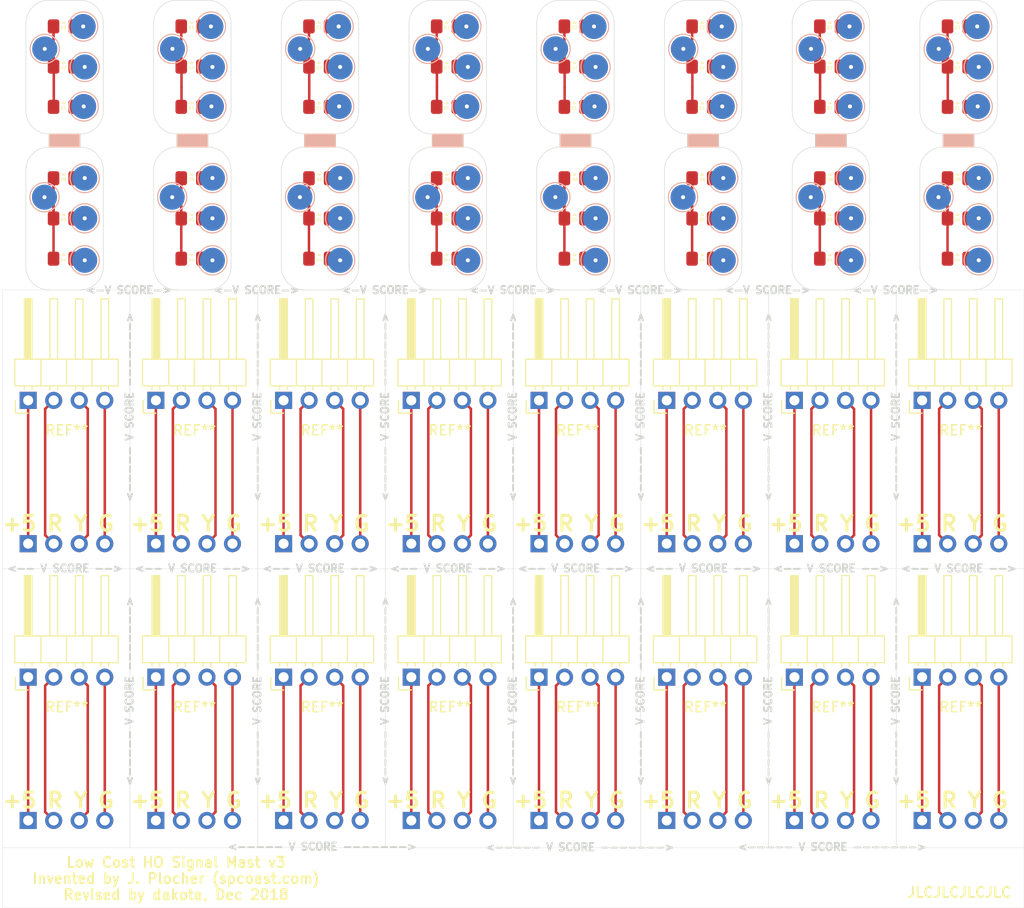
<source format=kicad_pcb>
(kicad_pcb (version 20171130) (host pcbnew "(5.0.0)")
  (layers (0 F.Cu signal) (31 B.Cu signal) (34 B.Paste user) (35 F.Paste user) (36 B.SilkS user) (37 F.SilkS user) (38 B.Mask user) (39 F.Mask user) (44 Edge.Cuts user))
  (net 0 "")
  (net 1 /RED1)
  (net 2 /+5V_1)
  (net 3 /YELLOW1)
  (net 4 /GREEN1)
  (net 5 /RED2)
  (net 6 /+5V_2)
  (net 7 /YELLOW2)
  (net 8 /GREEN2)
  (module dakota_footprints:LED_0805_HandSolder_Pretty (layer F.Cu) (at 172.95 63.96 180)
    (fp_text reference D3 (at 0.0508 -0.127 180) (layer F.SilkS) (effects (font (size 0.3 0.3) (thickness 0.05))))
    (fp_text value LED)
    (pad 2 smd roundrect (at 1.025 0 180) (size 1.15 1.4) (layers F.Cu F.Paste F.Mask) (roundrect_rratio 0.217391) (net 2 /+5V_1))
    (pad 1 smd roundrect (at -1.025 0 180) (size 1.15 1.4) (layers F.Cu F.Paste F.Mask) (roundrect_rratio 0.217391) (net 4 /GREEN1))
  )
  (module dakota_footprints:LED_0805_HandSolder_Pretty (layer F.Cu) (at 160.25 63.96 180)
    (fp_text reference D3 (at 0.0508 -0.127 180) (layer F.SilkS) (effects (font (size 0.3 0.3) (thickness 0.05))))
    (fp_text value LED)
    (pad 2 smd roundrect (at 1.025 0 180) (size 1.15 1.4) (layers F.Cu F.Paste F.Mask) (roundrect_rratio 0.217391) (net 2 /+5V_1))
    (pad 1 smd roundrect (at -1.025 0 180) (size 1.15 1.4) (layers F.Cu F.Paste F.Mask) (roundrect_rratio 0.217391) (net 4 /GREEN1))
  )
  (module dakota_footprints:LED_0805_HandSolder_Pretty (layer F.Cu) (at 147.55 63.96 180)
    (fp_text reference D3 (at 0.0508 -0.127 180) (layer F.SilkS) (effects (font (size 0.3 0.3) (thickness 0.05))))
    (fp_text value LED)
    (pad 2 smd roundrect (at 1.025 0 180) (size 1.15 1.4) (layers F.Cu F.Paste F.Mask) (roundrect_rratio 0.217391) (net 2 /+5V_1))
    (pad 1 smd roundrect (at -1.025 0 180) (size 1.15 1.4) (layers F.Cu F.Paste F.Mask) (roundrect_rratio 0.217391) (net 4 /GREEN1))
  )
  (module dakota_footprints:LED_0805_HandSolder_Pretty (layer F.Cu) (at 134.85 63.96 180)
    (fp_text reference D3 (at 0.0508 -0.127 180) (layer F.SilkS) (effects (font (size 0.3 0.3) (thickness 0.05))))
    (fp_text value LED)
    (pad 2 smd roundrect (at 1.025 0 180) (size 1.15 1.4) (layers F.Cu F.Paste F.Mask) (roundrect_rratio 0.217391) (net 2 /+5V_1))
    (pad 1 smd roundrect (at -1.025 0 180) (size 1.15 1.4) (layers F.Cu F.Paste F.Mask) (roundrect_rratio 0.217391) (net 4 /GREEN1))
  )
  (module dakota_footprints:LED_0805_HandSolder_Pretty (layer F.Cu) (at 122.15 63.96 180)
    (fp_text reference D3 (at 0.0508 -0.127 180) (layer F.SilkS) (effects (font (size 0.3 0.3) (thickness 0.05))))
    (fp_text value LED)
    (pad 2 smd roundrect (at 1.025 0 180) (size 1.15 1.4) (layers F.Cu F.Paste F.Mask) (roundrect_rratio 0.217391) (net 2 /+5V_1))
    (pad 1 smd roundrect (at -1.025 0 180) (size 1.15 1.4) (layers F.Cu F.Paste F.Mask) (roundrect_rratio 0.217391) (net 4 /GREEN1))
  )
  (module dakota_footprints:LED_0805_HandSolder_Pretty (layer F.Cu) (at 109.45 63.96 180)
    (fp_text reference D3 (at 0.0508 -0.127 180) (layer F.SilkS) (effects (font (size 0.3 0.3) (thickness 0.05))))
    (fp_text value LED)
    (pad 2 smd roundrect (at 1.025 0 180) (size 1.15 1.4) (layers F.Cu F.Paste F.Mask) (roundrect_rratio 0.217391) (net 2 /+5V_1))
    (pad 1 smd roundrect (at -1.025 0 180) (size 1.15 1.4) (layers F.Cu F.Paste F.Mask) (roundrect_rratio 0.217391) (net 4 /GREEN1))
  )
  (module dakota_footprints:LED_0805_HandSolder_Pretty (layer F.Cu) (at 96.75 63.96 180)
    (fp_text reference D3 (at 0.0508 -0.127 180) (layer F.SilkS) (effects (font (size 0.3 0.3) (thickness 0.05))))
    (fp_text value LED)
    (pad 2 smd roundrect (at 1.025 0 180) (size 1.15 1.4) (layers F.Cu F.Paste F.Mask) (roundrect_rratio 0.217391) (net 2 /+5V_1))
    (pad 1 smd roundrect (at -1.025 0 180) (size 1.15 1.4) (layers F.Cu F.Paste F.Mask) (roundrect_rratio 0.217391) (net 4 /GREEN1))
  )
  (module dakota_footprints:LED_0805_HandSolder_Pretty (layer F.Cu) (at 172.95 87.06 180)
    (fp_text reference D4 (at 0.0508 -0.127 180) (layer F.SilkS) (effects (font (size 0.3 0.3) (thickness 0.05))))
    (fp_text value LED)
    (pad 1 smd roundrect (at -1.025 0 180) (size 1.15 1.4) (layers F.Cu F.Paste F.Mask) (roundrect_rratio 0.217391) (net 5 /RED2))
    (pad 2 smd roundrect (at 1.025 0 180) (size 1.15 1.4) (layers F.Cu F.Paste F.Mask) (roundrect_rratio 0.217391) (net 6 /+5V_2))
  )
  (module dakota_footprints:LED_0805_HandSolder_Pretty (layer F.Cu) (at 160.25 87.06 180)
    (fp_text reference D4 (at 0.0508 -0.127 180) (layer F.SilkS) (effects (font (size 0.3 0.3) (thickness 0.05))))
    (fp_text value LED)
    (pad 1 smd roundrect (at -1.025 0 180) (size 1.15 1.4) (layers F.Cu F.Paste F.Mask) (roundrect_rratio 0.217391) (net 5 /RED2))
    (pad 2 smd roundrect (at 1.025 0 180) (size 1.15 1.4) (layers F.Cu F.Paste F.Mask) (roundrect_rratio 0.217391) (net 6 /+5V_2))
  )
  (module dakota_footprints:LED_0805_HandSolder_Pretty (layer F.Cu) (at 147.55 87.06 180)
    (fp_text reference D4 (at 0.0508 -0.127 180) (layer F.SilkS) (effects (font (size 0.3 0.3) (thickness 0.05))))
    (fp_text value LED)
    (pad 1 smd roundrect (at -1.025 0 180) (size 1.15 1.4) (layers F.Cu F.Paste F.Mask) (roundrect_rratio 0.217391) (net 5 /RED2))
    (pad 2 smd roundrect (at 1.025 0 180) (size 1.15 1.4) (layers F.Cu F.Paste F.Mask) (roundrect_rratio 0.217391) (net 6 /+5V_2))
  )
  (module dakota_footprints:LED_0805_HandSolder_Pretty (layer F.Cu) (at 134.85 87.06 180)
    (fp_text reference D4 (at 0.0508 -0.127 180) (layer F.SilkS) (effects (font (size 0.3 0.3) (thickness 0.05))))
    (fp_text value LED)
    (pad 1 smd roundrect (at -1.025 0 180) (size 1.15 1.4) (layers F.Cu F.Paste F.Mask) (roundrect_rratio 0.217391) (net 5 /RED2))
    (pad 2 smd roundrect (at 1.025 0 180) (size 1.15 1.4) (layers F.Cu F.Paste F.Mask) (roundrect_rratio 0.217391) (net 6 /+5V_2))
  )
  (module dakota_footprints:LED_0805_HandSolder_Pretty (layer F.Cu) (at 122.15 87.06 180)
    (fp_text reference D4 (at 0.0508 -0.127 180) (layer F.SilkS) (effects (font (size 0.3 0.3) (thickness 0.05))))
    (fp_text value LED)
    (pad 1 smd roundrect (at -1.025 0 180) (size 1.15 1.4) (layers F.Cu F.Paste F.Mask) (roundrect_rratio 0.217391) (net 5 /RED2))
    (pad 2 smd roundrect (at 1.025 0 180) (size 1.15 1.4) (layers F.Cu F.Paste F.Mask) (roundrect_rratio 0.217391) (net 6 /+5V_2))
  )
  (module dakota_footprints:LED_0805_HandSolder_Pretty (layer F.Cu) (at 109.45 87.06 180)
    (fp_text reference D4 (at 0.0508 -0.127 180) (layer F.SilkS) (effects (font (size 0.3 0.3) (thickness 0.05))))
    (fp_text value LED)
    (pad 1 smd roundrect (at -1.025 0 180) (size 1.15 1.4) (layers F.Cu F.Paste F.Mask) (roundrect_rratio 0.217391) (net 5 /RED2))
    (pad 2 smd roundrect (at 1.025 0 180) (size 1.15 1.4) (layers F.Cu F.Paste F.Mask) (roundrect_rratio 0.217391) (net 6 /+5V_2))
  )
  (module dakota_footprints:LED_0805_HandSolder_Pretty (layer F.Cu) (at 96.75 87.06 180)
    (fp_text reference D4 (at 0.0508 -0.127 180) (layer F.SilkS) (effects (font (size 0.3 0.3) (thickness 0.05))))
    (fp_text value LED)
    (pad 1 smd roundrect (at -1.025 0 180) (size 1.15 1.4) (layers F.Cu F.Paste F.Mask) (roundrect_rratio 0.217391) (net 5 /RED2))
    (pad 2 smd roundrect (at 1.025 0 180) (size 1.15 1.4) (layers F.Cu F.Paste F.Mask) (roundrect_rratio 0.217391) (net 6 /+5V_2))
  )
  (module TestPoint:TestPoint_Pad_D2.5mm (layer B.Cu) (at 171.025 80.945)
    (fp_text reference J3 hide)
    (fp_text value Conn_01x01)
    (pad 1 smd circle (at 0 0) (size 2.5 2.5) (layers B.Cu B.Mask) (net 6 /+5V_2))
  )
  (module TestPoint:TestPoint_Pad_D2.5mm (layer B.Cu) (at 158.325 80.945)
    (fp_text reference J3 hide)
    (fp_text value Conn_01x01)
    (pad 1 smd circle (at 0 0) (size 2.5 2.5) (layers B.Cu B.Mask) (net 6 /+5V_2))
  )
  (module TestPoint:TestPoint_Pad_D2.5mm (layer B.Cu) (at 145.625 80.945)
    (fp_text reference J3 hide)
    (fp_text value Conn_01x01)
    (pad 1 smd circle (at 0 0) (size 2.5 2.5) (layers B.Cu B.Mask) (net 6 /+5V_2))
  )
  (module TestPoint:TestPoint_Pad_D2.5mm (layer B.Cu) (at 132.925 80.945)
    (fp_text reference J3 hide)
    (fp_text value Conn_01x01)
    (pad 1 smd circle (at 0 0) (size 2.5 2.5) (layers B.Cu B.Mask) (net 6 /+5V_2))
  )
  (module TestPoint:TestPoint_Pad_D2.5mm (layer B.Cu) (at 120.225 80.945)
    (fp_text reference J3 hide)
    (fp_text value Conn_01x01)
    (pad 1 smd circle (at 0 0) (size 2.5 2.5) (layers B.Cu B.Mask) (net 6 /+5V_2))
  )
  (module TestPoint:TestPoint_Pad_D2.5mm (layer B.Cu) (at 107.525 80.945)
    (fp_text reference J3 hide)
    (fp_text value Conn_01x01)
    (pad 1 smd circle (at 0 0) (size 2.5 2.5) (layers B.Cu B.Mask) (net 6 /+5V_2))
  )
  (module TestPoint:TestPoint_Pad_D2.5mm (layer B.Cu) (at 94.825 80.945)
    (fp_text reference J3 hide)
    (fp_text value Conn_01x01)
    (pad 1 smd circle (at 0 0) (size 2.5 2.5) (layers B.Cu B.Mask) (net 6 /+5V_2))
  )
  (module MountingHole:MountingHole_3.5mm (layer F.Cu) (at 173.25 136.15)
    (fp_text reference REF** (at 0 -4.5) (layer F.SilkS))
    (fp_text value MountingHole_3.5mm)
    (pad 1 np_thru_hole circle (at 0 0) (size 3.5 3.5) (drill 3.5) (layers *.Cu *.Mask))
  )
  (module MountingHole:MountingHole_3.5mm (layer F.Cu) (at 160.55 136.15)
    (fp_text reference REF** (at 0 -4.5) (layer F.SilkS))
    (fp_text value MountingHole_3.5mm)
    (pad 1 np_thru_hole circle (at 0 0) (size 3.5 3.5) (drill 3.5) (layers *.Cu *.Mask))
  )
  (module MountingHole:MountingHole_3.5mm (layer F.Cu) (at 147.85 136.15)
    (fp_text reference REF** (at 0 -4.5) (layer F.SilkS))
    (fp_text value MountingHole_3.5mm)
    (pad 1 np_thru_hole circle (at 0 0) (size 3.5 3.5) (drill 3.5) (layers *.Cu *.Mask))
  )
  (module MountingHole:MountingHole_3.5mm (layer F.Cu) (at 135.15 136.15)
    (fp_text reference REF** (at 0 -4.5) (layer F.SilkS))
    (fp_text value MountingHole_3.5mm)
    (pad 1 np_thru_hole circle (at 0 0) (size 3.5 3.5) (drill 3.5) (layers *.Cu *.Mask))
  )
  (module MountingHole:MountingHole_3.5mm (layer F.Cu) (at 122.45 136.15)
    (fp_text reference REF** (at 0 -4.5) (layer F.SilkS))
    (fp_text value MountingHole_3.5mm)
    (pad 1 np_thru_hole circle (at 0 0) (size 3.5 3.5) (drill 3.5) (layers *.Cu *.Mask))
  )
  (module MountingHole:MountingHole_3.5mm (layer F.Cu) (at 109.75 136.15)
    (fp_text reference REF** (at 0 -4.5) (layer F.SilkS))
    (fp_text value MountingHole_3.5mm)
    (pad 1 np_thru_hole circle (at 0 0) (size 3.5 3.5) (drill 3.5) (layers *.Cu *.Mask))
  )
  (module MountingHole:MountingHole_3.5mm (layer F.Cu) (at 97.05 136.15)
    (fp_text reference REF** (at 0 -4.5) (layer F.SilkS))
    (fp_text value MountingHole_3.5mm)
    (pad 1 np_thru_hole circle (at 0 0) (size 3.5 3.5) (drill 3.5) (layers *.Cu *.Mask))
  )
  (module dakota_footprints:LED_0805_HandSolder_Pretty (layer F.Cu) (at 172.95 83.06 180)
    (fp_text reference D5 (at 0.0508 -0.127 180) (layer F.SilkS) (effects (font (size 0.3 0.3) (thickness 0.05))))
    (fp_text value LED)
    (pad 2 smd roundrect (at 1.025 0 180) (size 1.15 1.4) (layers F.Cu F.Paste F.Mask) (roundrect_rratio 0.217391) (net 6 /+5V_2))
    (pad 1 smd roundrect (at -1.025 0 180) (size 1.15 1.4) (layers F.Cu F.Paste F.Mask) (roundrect_rratio 0.217391) (net 7 /YELLOW2))
  )
  (module dakota_footprints:LED_0805_HandSolder_Pretty (layer F.Cu) (at 160.25 83.06 180)
    (fp_text reference D5 (at 0.0508 -0.127 180) (layer F.SilkS) (effects (font (size 0.3 0.3) (thickness 0.05))))
    (fp_text value LED)
    (pad 2 smd roundrect (at 1.025 0 180) (size 1.15 1.4) (layers F.Cu F.Paste F.Mask) (roundrect_rratio 0.217391) (net 6 /+5V_2))
    (pad 1 smd roundrect (at -1.025 0 180) (size 1.15 1.4) (layers F.Cu F.Paste F.Mask) (roundrect_rratio 0.217391) (net 7 /YELLOW2))
  )
  (module dakota_footprints:LED_0805_HandSolder_Pretty (layer F.Cu) (at 147.55 83.06 180)
    (fp_text reference D5 (at 0.0508 -0.127 180) (layer F.SilkS) (effects (font (size 0.3 0.3) (thickness 0.05))))
    (fp_text value LED)
    (pad 2 smd roundrect (at 1.025 0 180) (size 1.15 1.4) (layers F.Cu F.Paste F.Mask) (roundrect_rratio 0.217391) (net 6 /+5V_2))
    (pad 1 smd roundrect (at -1.025 0 180) (size 1.15 1.4) (layers F.Cu F.Paste F.Mask) (roundrect_rratio 0.217391) (net 7 /YELLOW2))
  )
  (module dakota_footprints:LED_0805_HandSolder_Pretty (layer F.Cu) (at 134.85 83.06 180)
    (fp_text reference D5 (at 0.0508 -0.127 180) (layer F.SilkS) (effects (font (size 0.3 0.3) (thickness 0.05))))
    (fp_text value LED)
    (pad 2 smd roundrect (at 1.025 0 180) (size 1.15 1.4) (layers F.Cu F.Paste F.Mask) (roundrect_rratio 0.217391) (net 6 /+5V_2))
    (pad 1 smd roundrect (at -1.025 0 180) (size 1.15 1.4) (layers F.Cu F.Paste F.Mask) (roundrect_rratio 0.217391) (net 7 /YELLOW2))
  )
  (module dakota_footprints:LED_0805_HandSolder_Pretty (layer F.Cu) (at 122.15 83.06 180)
    (fp_text reference D5 (at 0.0508 -0.127 180) (layer F.SilkS) (effects (font (size 0.3 0.3) (thickness 0.05))))
    (fp_text value LED)
    (pad 2 smd roundrect (at 1.025 0 180) (size 1.15 1.4) (layers F.Cu F.Paste F.Mask) (roundrect_rratio 0.217391) (net 6 /+5V_2))
    (pad 1 smd roundrect (at -1.025 0 180) (size 1.15 1.4) (layers F.Cu F.Paste F.Mask) (roundrect_rratio 0.217391) (net 7 /YELLOW2))
  )
  (module dakota_footprints:LED_0805_HandSolder_Pretty (layer F.Cu) (at 109.45 83.06 180)
    (fp_text reference D5 (at 0.0508 -0.127 180) (layer F.SilkS) (effects (font (size 0.3 0.3) (thickness 0.05))))
    (fp_text value LED)
    (pad 2 smd roundrect (at 1.025 0 180) (size 1.15 1.4) (layers F.Cu F.Paste F.Mask) (roundrect_rratio 0.217391) (net 6 /+5V_2))
    (pad 1 smd roundrect (at -1.025 0 180) (size 1.15 1.4) (layers F.Cu F.Paste F.Mask) (roundrect_rratio 0.217391) (net 7 /YELLOW2))
  )
  (module dakota_footprints:LED_0805_HandSolder_Pretty (layer F.Cu) (at 96.75 83.06 180)
    (fp_text reference D5 (at 0.0508 -0.127 180) (layer F.SilkS) (effects (font (size 0.3 0.3) (thickness 0.05))))
    (fp_text value LED)
    (pad 2 smd roundrect (at 1.025 0 180) (size 1.15 1.4) (layers F.Cu F.Paste F.Mask) (roundrect_rratio 0.217391) (net 6 /+5V_2))
    (pad 1 smd roundrect (at -1.025 0 180) (size 1.15 1.4) (layers F.Cu F.Paste F.Mask) (roundrect_rratio 0.217391) (net 7 /YELLOW2))
  )
  (module dakota_footprints:LED_0805_HandSolder_Pretty (layer F.Cu) (at 172.95 71.96 180)
    (fp_text reference D1 (at 0.0508 -0.127 180) (layer F.SilkS) (effects (font (size 0.3 0.3) (thickness 0.05))))
    (fp_text value LED)
    (pad 1 smd roundrect (at -1.025 0 180) (size 1.15 1.4) (layers F.Cu F.Paste F.Mask) (roundrect_rratio 0.217391) (net 1 /RED1))
    (pad 2 smd roundrect (at 1.025 0 180) (size 1.15 1.4) (layers F.Cu F.Paste F.Mask) (roundrect_rratio 0.217391) (net 2 /+5V_1))
  )
  (module dakota_footprints:LED_0805_HandSolder_Pretty (layer F.Cu) (at 160.25 71.96 180)
    (fp_text reference D1 (at 0.0508 -0.127 180) (layer F.SilkS) (effects (font (size 0.3 0.3) (thickness 0.05))))
    (fp_text value LED)
    (pad 1 smd roundrect (at -1.025 0 180) (size 1.15 1.4) (layers F.Cu F.Paste F.Mask) (roundrect_rratio 0.217391) (net 1 /RED1))
    (pad 2 smd roundrect (at 1.025 0 180) (size 1.15 1.4) (layers F.Cu F.Paste F.Mask) (roundrect_rratio 0.217391) (net 2 /+5V_1))
  )
  (module dakota_footprints:LED_0805_HandSolder_Pretty (layer F.Cu) (at 147.55 71.96 180)
    (fp_text reference D1 (at 0.0508 -0.127 180) (layer F.SilkS) (effects (font (size 0.3 0.3) (thickness 0.05))))
    (fp_text value LED)
    (pad 1 smd roundrect (at -1.025 0 180) (size 1.15 1.4) (layers F.Cu F.Paste F.Mask) (roundrect_rratio 0.217391) (net 1 /RED1))
    (pad 2 smd roundrect (at 1.025 0 180) (size 1.15 1.4) (layers F.Cu F.Paste F.Mask) (roundrect_rratio 0.217391) (net 2 /+5V_1))
  )
  (module dakota_footprints:LED_0805_HandSolder_Pretty (layer F.Cu) (at 134.85 71.96 180)
    (fp_text reference D1 (at 0.0508 -0.127 180) (layer F.SilkS) (effects (font (size 0.3 0.3) (thickness 0.05))))
    (fp_text value LED)
    (pad 1 smd roundrect (at -1.025 0 180) (size 1.15 1.4) (layers F.Cu F.Paste F.Mask) (roundrect_rratio 0.217391) (net 1 /RED1))
    (pad 2 smd roundrect (at 1.025 0 180) (size 1.15 1.4) (layers F.Cu F.Paste F.Mask) (roundrect_rratio 0.217391) (net 2 /+5V_1))
  )
  (module dakota_footprints:LED_0805_HandSolder_Pretty (layer F.Cu) (at 122.15 71.96 180)
    (fp_text reference D1 (at 0.0508 -0.127 180) (layer F.SilkS) (effects (font (size 0.3 0.3) (thickness 0.05))))
    (fp_text value LED)
    (pad 1 smd roundrect (at -1.025 0 180) (size 1.15 1.4) (layers F.Cu F.Paste F.Mask) (roundrect_rratio 0.217391) (net 1 /RED1))
    (pad 2 smd roundrect (at 1.025 0 180) (size 1.15 1.4) (layers F.Cu F.Paste F.Mask) (roundrect_rratio 0.217391) (net 2 /+5V_1))
  )
  (module dakota_footprints:LED_0805_HandSolder_Pretty (layer F.Cu) (at 109.45 71.96 180)
    (fp_text reference D1 (at 0.0508 -0.127 180) (layer F.SilkS) (effects (font (size 0.3 0.3) (thickness 0.05))))
    (fp_text value LED)
    (pad 1 smd roundrect (at -1.025 0 180) (size 1.15 1.4) (layers F.Cu F.Paste F.Mask) (roundrect_rratio 0.217391) (net 1 /RED1))
    (pad 2 smd roundrect (at 1.025 0 180) (size 1.15 1.4) (layers F.Cu F.Paste F.Mask) (roundrect_rratio 0.217391) (net 2 /+5V_1))
  )
  (module dakota_footprints:LED_0805_HandSolder_Pretty (layer F.Cu) (at 96.75 71.96 180)
    (fp_text reference D1 (at 0.0508 -0.127 180) (layer F.SilkS) (effects (font (size 0.3 0.3) (thickness 0.05))))
    (fp_text value LED)
    (pad 1 smd roundrect (at -1.025 0 180) (size 1.15 1.4) (layers F.Cu F.Paste F.Mask) (roundrect_rratio 0.217391) (net 1 /RED1))
    (pad 2 smd roundrect (at 1.025 0 180) (size 1.15 1.4) (layers F.Cu F.Paste F.Mask) (roundrect_rratio 0.217391) (net 2 /+5V_1))
  )
  (module TestPoint:TestPoint_Pad_D2.5mm (layer B.Cu) (at 171.05 66.195)
    (fp_text reference J7 hide)
    (fp_text value Conn_01x01)
    (pad 1 smd circle (at 0 0) (size 2.5 2.5) (layers B.Cu B.Mask) (net 2 /+5V_1))
  )
  (module TestPoint:TestPoint_Pad_D2.5mm (layer B.Cu) (at 158.35 66.195)
    (fp_text reference J7 hide)
    (fp_text value Conn_01x01)
    (pad 1 smd circle (at 0 0) (size 2.5 2.5) (layers B.Cu B.Mask) (net 2 /+5V_1))
  )
  (module TestPoint:TestPoint_Pad_D2.5mm (layer B.Cu) (at 145.65 66.195)
    (fp_text reference J7 hide)
    (fp_text value Conn_01x01)
    (pad 1 smd circle (at 0 0) (size 2.5 2.5) (layers B.Cu B.Mask) (net 2 /+5V_1))
  )
  (module TestPoint:TestPoint_Pad_D2.5mm (layer B.Cu) (at 132.95 66.195)
    (fp_text reference J7 hide)
    (fp_text value Conn_01x01)
    (pad 1 smd circle (at 0 0) (size 2.5 2.5) (layers B.Cu B.Mask) (net 2 /+5V_1))
  )
  (module TestPoint:TestPoint_Pad_D2.5mm (layer B.Cu) (at 120.25 66.195)
    (fp_text reference J7 hide)
    (fp_text value Conn_01x01)
    (pad 1 smd circle (at 0 0) (size 2.5 2.5) (layers B.Cu B.Mask) (net 2 /+5V_1))
  )
  (module TestPoint:TestPoint_Pad_D2.5mm (layer B.Cu) (at 107.55 66.195)
    (fp_text reference J7 hide)
    (fp_text value Conn_01x01)
    (pad 1 smd circle (at 0 0) (size 2.5 2.5) (layers B.Cu B.Mask) (net 2 /+5V_1))
  )
  (module TestPoint:TestPoint_Pad_D2.5mm (layer B.Cu) (at 94.85 66.195)
    (fp_text reference J7 hide)
    (fp_text value Conn_01x01)
    (pad 1 smd circle (at 0 0) (size 2.5 2.5) (layers B.Cu B.Mask) (net 2 /+5V_1))
  )
  (module Connector_PinHeader_2.54mm:PinHeader_1x04_P2.54mm_Horizontal (layer F.Cu) (at 169.4 101.15 90)
    (fp_text reference J1 hide)
    (fp_text value Conn_01x04_Male)
    (pad 4 thru_hole oval (at 0 7.62 90) (size 1.7 1.7) (drill 1) (layers *.Cu *.Mask) (net 4 /GREEN1))
    (pad 3 thru_hole oval (at 0 5.08 90) (size 1.7 1.7) (drill 1) (layers *.Cu *.Mask) (net 3 /YELLOW1))
    (pad 2 thru_hole oval (at 0 2.54 90) (size 1.7 1.7) (drill 1) (layers *.Cu *.Mask) (net 1 /RED1))
    (pad 1 thru_hole rect (at 0 0 90) (size 1.7 1.7) (drill 1) (layers *.Cu *.Mask) (net 2 /+5V_1))
  )
  (module Connector_PinHeader_2.54mm:PinHeader_1x04_P2.54mm_Horizontal (layer F.Cu) (at 156.7 101.15 90)
    (fp_text reference J1 hide)
    (fp_text value Conn_01x04_Male)
    (pad 4 thru_hole oval (at 0 7.62 90) (size 1.7 1.7) (drill 1) (layers *.Cu *.Mask) (net 4 /GREEN1))
    (pad 3 thru_hole oval (at 0 5.08 90) (size 1.7 1.7) (drill 1) (layers *.Cu *.Mask) (net 3 /YELLOW1))
    (pad 2 thru_hole oval (at 0 2.54 90) (size 1.7 1.7) (drill 1) (layers *.Cu *.Mask) (net 1 /RED1))
    (pad 1 thru_hole rect (at 0 0 90) (size 1.7 1.7) (drill 1) (layers *.Cu *.Mask) (net 2 /+5V_1))
  )
  (module Connector_PinHeader_2.54mm:PinHeader_1x04_P2.54mm_Horizontal (layer F.Cu) (at 144 101.15 90)
    (fp_text reference J1 hide)
    (fp_text value Conn_01x04_Male)
    (pad 4 thru_hole oval (at 0 7.62 90) (size 1.7 1.7) (drill 1) (layers *.Cu *.Mask) (net 4 /GREEN1))
    (pad 3 thru_hole oval (at 0 5.08 90) (size 1.7 1.7) (drill 1) (layers *.Cu *.Mask) (net 3 /YELLOW1))
    (pad 2 thru_hole oval (at 0 2.54 90) (size 1.7 1.7) (drill 1) (layers *.Cu *.Mask) (net 1 /RED1))
    (pad 1 thru_hole rect (at 0 0 90) (size 1.7 1.7) (drill 1) (layers *.Cu *.Mask) (net 2 /+5V_1))
  )
  (module Connector_PinHeader_2.54mm:PinHeader_1x04_P2.54mm_Horizontal (layer F.Cu) (at 131.3 101.15 90)
    (fp_text reference J1 hide)
    (fp_text value Conn_01x04_Male)
    (pad 4 thru_hole oval (at 0 7.62 90) (size 1.7 1.7) (drill 1) (layers *.Cu *.Mask) (net 4 /GREEN1))
    (pad 3 thru_hole oval (at 0 5.08 90) (size 1.7 1.7) (drill 1) (layers *.Cu *.Mask) (net 3 /YELLOW1))
    (pad 2 thru_hole oval (at 0 2.54 90) (size 1.7 1.7) (drill 1) (layers *.Cu *.Mask) (net 1 /RED1))
    (pad 1 thru_hole rect (at 0 0 90) (size 1.7 1.7) (drill 1) (layers *.Cu *.Mask) (net 2 /+5V_1))
  )
  (module Connector_PinHeader_2.54mm:PinHeader_1x04_P2.54mm_Horizontal (layer F.Cu) (at 118.6 101.15 90)
    (fp_text reference J1 hide)
    (fp_text value Conn_01x04_Male)
    (pad 4 thru_hole oval (at 0 7.62 90) (size 1.7 1.7) (drill 1) (layers *.Cu *.Mask) (net 4 /GREEN1))
    (pad 3 thru_hole oval (at 0 5.08 90) (size 1.7 1.7) (drill 1) (layers *.Cu *.Mask) (net 3 /YELLOW1))
    (pad 2 thru_hole oval (at 0 2.54 90) (size 1.7 1.7) (drill 1) (layers *.Cu *.Mask) (net 1 /RED1))
    (pad 1 thru_hole rect (at 0 0 90) (size 1.7 1.7) (drill 1) (layers *.Cu *.Mask) (net 2 /+5V_1))
  )
  (module Connector_PinHeader_2.54mm:PinHeader_1x04_P2.54mm_Horizontal (layer F.Cu) (at 105.9 101.15 90)
    (fp_text reference J1 hide)
    (fp_text value Conn_01x04_Male)
    (pad 4 thru_hole oval (at 0 7.62 90) (size 1.7 1.7) (drill 1) (layers *.Cu *.Mask) (net 4 /GREEN1))
    (pad 3 thru_hole oval (at 0 5.08 90) (size 1.7 1.7) (drill 1) (layers *.Cu *.Mask) (net 3 /YELLOW1))
    (pad 2 thru_hole oval (at 0 2.54 90) (size 1.7 1.7) (drill 1) (layers *.Cu *.Mask) (net 1 /RED1))
    (pad 1 thru_hole rect (at 0 0 90) (size 1.7 1.7) (drill 1) (layers *.Cu *.Mask) (net 2 /+5V_1))
  )
  (module Connector_PinHeader_2.54mm:PinHeader_1x04_P2.54mm_Horizontal (layer F.Cu) (at 93.2 101.15 90)
    (fp_text reference J1 hide)
    (fp_text value Conn_01x04_Male)
    (pad 4 thru_hole oval (at 0 7.62 90) (size 1.7 1.7) (drill 1) (layers *.Cu *.Mask) (net 4 /GREEN1))
    (pad 3 thru_hole oval (at 0 5.08 90) (size 1.7 1.7) (drill 1) (layers *.Cu *.Mask) (net 3 /YELLOW1))
    (pad 2 thru_hole oval (at 0 2.54 90) (size 1.7 1.7) (drill 1) (layers *.Cu *.Mask) (net 1 /RED1))
    (pad 1 thru_hole rect (at 0 0 90) (size 1.7 1.7) (drill 1) (layers *.Cu *.Mask) (net 2 /+5V_1))
  )
  (module TestPoint:TestPoint_Pad_D2.5mm (layer B.Cu) (at 175.025 83.045)
    (fp_text reference J5 hide)
    (fp_text value Conn_01x01)
    (pad 1 smd circle (at 0 0) (size 2.5 2.5) (layers B.Cu B.Mask) (net 7 /YELLOW2))
  )
  (module TestPoint:TestPoint_Pad_D2.5mm (layer B.Cu) (at 162.325 83.045)
    (fp_text reference J5 hide)
    (fp_text value Conn_01x01)
    (pad 1 smd circle (at 0 0) (size 2.5 2.5) (layers B.Cu B.Mask) (net 7 /YELLOW2))
  )
  (module TestPoint:TestPoint_Pad_D2.5mm (layer B.Cu) (at 149.625 83.045)
    (fp_text reference J5 hide)
    (fp_text value Conn_01x01)
    (pad 1 smd circle (at 0 0) (size 2.5 2.5) (layers B.Cu B.Mask) (net 7 /YELLOW2))
  )
  (module TestPoint:TestPoint_Pad_D2.5mm (layer B.Cu) (at 136.925 83.045)
    (fp_text reference J5 hide)
    (fp_text value Conn_01x01)
    (pad 1 smd circle (at 0 0) (size 2.5 2.5) (layers B.Cu B.Mask) (net 7 /YELLOW2))
  )
  (module TestPoint:TestPoint_Pad_D2.5mm (layer B.Cu) (at 124.225 83.045)
    (fp_text reference J5 hide)
    (fp_text value Conn_01x01)
    (pad 1 smd circle (at 0 0) (size 2.5 2.5) (layers B.Cu B.Mask) (net 7 /YELLOW2))
  )
  (module TestPoint:TestPoint_Pad_D2.5mm (layer B.Cu) (at 111.525 83.045)
    (fp_text reference J5 hide)
    (fp_text value Conn_01x01)
    (pad 1 smd circle (at 0 0) (size 2.5 2.5) (layers B.Cu B.Mask) (net 7 /YELLOW2))
  )
  (module TestPoint:TestPoint_Pad_D2.5mm (layer B.Cu) (at 98.825 83.045)
    (fp_text reference J5 hide)
    (fp_text value Conn_01x01)
    (pad 1 smd circle (at 0 0) (size 2.5 2.5) (layers B.Cu B.Mask) (net 7 /YELLOW2))
  )
  (module Connector_PinHeader_2.54mm:PinHeader_1x04_P2.54mm_Horizontal (layer F.Cu) (at 169.4 128.675 90)
    (fp_text reference J1 hide)
    (fp_text value Conn_01x04_Male)
    (pad 1 thru_hole rect (at 0 0 90) (size 1.7 1.7) (drill 1) (layers *.Cu *.Mask) (net 2 /+5V_1))
    (pad 2 thru_hole oval (at 0 2.54 90) (size 1.7 1.7) (drill 1) (layers *.Cu *.Mask) (net 1 /RED1))
    (pad 3 thru_hole oval (at 0 5.08 90) (size 1.7 1.7) (drill 1) (layers *.Cu *.Mask) (net 3 /YELLOW1))
    (pad 4 thru_hole oval (at 0 7.62 90) (size 1.7 1.7) (drill 1) (layers *.Cu *.Mask) (net 4 /GREEN1))
  )
  (module Connector_PinHeader_2.54mm:PinHeader_1x04_P2.54mm_Horizontal (layer F.Cu) (at 156.7 128.675 90)
    (fp_text reference J1 hide)
    (fp_text value Conn_01x04_Male)
    (pad 1 thru_hole rect (at 0 0 90) (size 1.7 1.7) (drill 1) (layers *.Cu *.Mask) (net 2 /+5V_1))
    (pad 2 thru_hole oval (at 0 2.54 90) (size 1.7 1.7) (drill 1) (layers *.Cu *.Mask) (net 1 /RED1))
    (pad 3 thru_hole oval (at 0 5.08 90) (size 1.7 1.7) (drill 1) (layers *.Cu *.Mask) (net 3 /YELLOW1))
    (pad 4 thru_hole oval (at 0 7.62 90) (size 1.7 1.7) (drill 1) (layers *.Cu *.Mask) (net 4 /GREEN1))
  )
  (module Connector_PinHeader_2.54mm:PinHeader_1x04_P2.54mm_Horizontal (layer F.Cu) (at 144 128.675 90)
    (fp_text reference J1 hide)
    (fp_text value Conn_01x04_Male)
    (pad 1 thru_hole rect (at 0 0 90) (size 1.7 1.7) (drill 1) (layers *.Cu *.Mask) (net 2 /+5V_1))
    (pad 2 thru_hole oval (at 0 2.54 90) (size 1.7 1.7) (drill 1) (layers *.Cu *.Mask) (net 1 /RED1))
    (pad 3 thru_hole oval (at 0 5.08 90) (size 1.7 1.7) (drill 1) (layers *.Cu *.Mask) (net 3 /YELLOW1))
    (pad 4 thru_hole oval (at 0 7.62 90) (size 1.7 1.7) (drill 1) (layers *.Cu *.Mask) (net 4 /GREEN1))
  )
  (module Connector_PinHeader_2.54mm:PinHeader_1x04_P2.54mm_Horizontal (layer F.Cu) (at 131.3 128.675 90)
    (fp_text reference J1 hide)
    (fp_text value Conn_01x04_Male)
    (pad 1 thru_hole rect (at 0 0 90) (size 1.7 1.7) (drill 1) (layers *.Cu *.Mask) (net 2 /+5V_1))
    (pad 2 thru_hole oval (at 0 2.54 90) (size 1.7 1.7) (drill 1) (layers *.Cu *.Mask) (net 1 /RED1))
    (pad 3 thru_hole oval (at 0 5.08 90) (size 1.7 1.7) (drill 1) (layers *.Cu *.Mask) (net 3 /YELLOW1))
    (pad 4 thru_hole oval (at 0 7.62 90) (size 1.7 1.7) (drill 1) (layers *.Cu *.Mask) (net 4 /GREEN1))
  )
  (module Connector_PinHeader_2.54mm:PinHeader_1x04_P2.54mm_Horizontal (layer F.Cu) (at 118.6 128.675 90)
    (fp_text reference J1 hide)
    (fp_text value Conn_01x04_Male)
    (pad 1 thru_hole rect (at 0 0 90) (size 1.7 1.7) (drill 1) (layers *.Cu *.Mask) (net 2 /+5V_1))
    (pad 2 thru_hole oval (at 0 2.54 90) (size 1.7 1.7) (drill 1) (layers *.Cu *.Mask) (net 1 /RED1))
    (pad 3 thru_hole oval (at 0 5.08 90) (size 1.7 1.7) (drill 1) (layers *.Cu *.Mask) (net 3 /YELLOW1))
    (pad 4 thru_hole oval (at 0 7.62 90) (size 1.7 1.7) (drill 1) (layers *.Cu *.Mask) (net 4 /GREEN1))
  )
  (module Connector_PinHeader_2.54mm:PinHeader_1x04_P2.54mm_Horizontal (layer F.Cu) (at 105.9 128.675 90)
    (fp_text reference J1 hide)
    (fp_text value Conn_01x04_Male)
    (pad 1 thru_hole rect (at 0 0 90) (size 1.7 1.7) (drill 1) (layers *.Cu *.Mask) (net 2 /+5V_1))
    (pad 2 thru_hole oval (at 0 2.54 90) (size 1.7 1.7) (drill 1) (layers *.Cu *.Mask) (net 1 /RED1))
    (pad 3 thru_hole oval (at 0 5.08 90) (size 1.7 1.7) (drill 1) (layers *.Cu *.Mask) (net 3 /YELLOW1))
    (pad 4 thru_hole oval (at 0 7.62 90) (size 1.7 1.7) (drill 1) (layers *.Cu *.Mask) (net 4 /GREEN1))
  )
  (module Connector_PinHeader_2.54mm:PinHeader_1x04_P2.54mm_Horizontal (layer F.Cu) (at 93.2 128.675 90)
    (fp_text reference J1 hide)
    (fp_text value Conn_01x04_Male)
    (pad 1 thru_hole rect (at 0 0 90) (size 1.7 1.7) (drill 1) (layers *.Cu *.Mask) (net 2 /+5V_1))
    (pad 2 thru_hole oval (at 0 2.54 90) (size 1.7 1.7) (drill 1) (layers *.Cu *.Mask) (net 1 /RED1))
    (pad 3 thru_hole oval (at 0 5.08 90) (size 1.7 1.7) (drill 1) (layers *.Cu *.Mask) (net 3 /YELLOW1))
    (pad 4 thru_hole oval (at 0 7.62 90) (size 1.7 1.7) (drill 1) (layers *.Cu *.Mask) (net 4 /GREEN1))
  )
  (module dakota_footprints:PinHeader_1x04_P2.54mm_Horizontal_Unmarked (layer F.Cu) (at 169.4 115.4 90)
    (fp_text reference J1 hide)
    (fp_text value Conn_01x04_Male hide)
    (pad 4 thru_hole oval (at 0 7.62 90) (size 1.7 1.7) (drill 1) (layers *.Cu *.Mask) (net 4 /GREEN1))
    (pad 3 thru_hole oval (at 0 5.08 90) (size 1.7 1.7) (drill 1) (layers *.Cu *.Mask) (net 3 /YELLOW1))
    (pad 2 thru_hole oval (at 0 2.54 90) (size 1.7 1.7) (drill 1) (layers *.Cu *.Mask) (net 1 /RED1))
    (pad 1 thru_hole rect (at 0 0 90) (size 1.7 1.7) (drill 1) (layers *.Cu *.Mask) (net 2 /+5V_1))
  )
  (module dakota_footprints:PinHeader_1x04_P2.54mm_Horizontal_Unmarked (layer F.Cu) (at 156.7 115.4 90)
    (fp_text reference J1 hide)
    (fp_text value Conn_01x04_Male hide)
    (pad 4 thru_hole oval (at 0 7.62 90) (size 1.7 1.7) (drill 1) (layers *.Cu *.Mask) (net 4 /GREEN1))
    (pad 3 thru_hole oval (at 0 5.08 90) (size 1.7 1.7) (drill 1) (layers *.Cu *.Mask) (net 3 /YELLOW1))
    (pad 2 thru_hole oval (at 0 2.54 90) (size 1.7 1.7) (drill 1) (layers *.Cu *.Mask) (net 1 /RED1))
    (pad 1 thru_hole rect (at 0 0 90) (size 1.7 1.7) (drill 1) (layers *.Cu *.Mask) (net 2 /+5V_1))
  )
  (module dakota_footprints:PinHeader_1x04_P2.54mm_Horizontal_Unmarked (layer F.Cu) (at 144 115.4 90)
    (fp_text reference J1 hide)
    (fp_text value Conn_01x04_Male hide)
    (pad 4 thru_hole oval (at 0 7.62 90) (size 1.7 1.7) (drill 1) (layers *.Cu *.Mask) (net 4 /GREEN1))
    (pad 3 thru_hole oval (at 0 5.08 90) (size 1.7 1.7) (drill 1) (layers *.Cu *.Mask) (net 3 /YELLOW1))
    (pad 2 thru_hole oval (at 0 2.54 90) (size 1.7 1.7) (drill 1) (layers *.Cu *.Mask) (net 1 /RED1))
    (pad 1 thru_hole rect (at 0 0 90) (size 1.7 1.7) (drill 1) (layers *.Cu *.Mask) (net 2 /+5V_1))
  )
  (module dakota_footprints:PinHeader_1x04_P2.54mm_Horizontal_Unmarked (layer F.Cu) (at 131.3 115.4 90)
    (fp_text reference J1 hide)
    (fp_text value Conn_01x04_Male hide)
    (pad 4 thru_hole oval (at 0 7.62 90) (size 1.7 1.7) (drill 1) (layers *.Cu *.Mask) (net 4 /GREEN1))
    (pad 3 thru_hole oval (at 0 5.08 90) (size 1.7 1.7) (drill 1) (layers *.Cu *.Mask) (net 3 /YELLOW1))
    (pad 2 thru_hole oval (at 0 2.54 90) (size 1.7 1.7) (drill 1) (layers *.Cu *.Mask) (net 1 /RED1))
    (pad 1 thru_hole rect (at 0 0 90) (size 1.7 1.7) (drill 1) (layers *.Cu *.Mask) (net 2 /+5V_1))
  )
  (module dakota_footprints:PinHeader_1x04_P2.54mm_Horizontal_Unmarked (layer F.Cu) (at 118.6 115.4 90)
    (fp_text reference J1 hide)
    (fp_text value Conn_01x04_Male hide)
    (pad 4 thru_hole oval (at 0 7.62 90) (size 1.7 1.7) (drill 1) (layers *.Cu *.Mask) (net 4 /GREEN1))
    (pad 3 thru_hole oval (at 0 5.08 90) (size 1.7 1.7) (drill 1) (layers *.Cu *.Mask) (net 3 /YELLOW1))
    (pad 2 thru_hole oval (at 0 2.54 90) (size 1.7 1.7) (drill 1) (layers *.Cu *.Mask) (net 1 /RED1))
    (pad 1 thru_hole rect (at 0 0 90) (size 1.7 1.7) (drill 1) (layers *.Cu *.Mask) (net 2 /+5V_1))
  )
  (module dakota_footprints:PinHeader_1x04_P2.54mm_Horizontal_Unmarked (layer F.Cu) (at 105.9 115.4 90)
    (fp_text reference J1 hide)
    (fp_text value Conn_01x04_Male hide)
    (pad 4 thru_hole oval (at 0 7.62 90) (size 1.7 1.7) (drill 1) (layers *.Cu *.Mask) (net 4 /GREEN1))
    (pad 3 thru_hole oval (at 0 5.08 90) (size 1.7 1.7) (drill 1) (layers *.Cu *.Mask) (net 3 /YELLOW1))
    (pad 2 thru_hole oval (at 0 2.54 90) (size 1.7 1.7) (drill 1) (layers *.Cu *.Mask) (net 1 /RED1))
    (pad 1 thru_hole rect (at 0 0 90) (size 1.7 1.7) (drill 1) (layers *.Cu *.Mask) (net 2 /+5V_1))
  )
  (module dakota_footprints:PinHeader_1x04_P2.54mm_Horizontal_Unmarked (layer F.Cu) (at 93.2 115.4 90)
    (fp_text reference J1 hide)
    (fp_text value Conn_01x04_Male hide)
    (pad 4 thru_hole oval (at 0 7.62 90) (size 1.7 1.7) (drill 1) (layers *.Cu *.Mask) (net 4 /GREEN1))
    (pad 3 thru_hole oval (at 0 5.08 90) (size 1.7 1.7) (drill 1) (layers *.Cu *.Mask) (net 3 /YELLOW1))
    (pad 2 thru_hole oval (at 0 2.54 90) (size 1.7 1.7) (drill 1) (layers *.Cu *.Mask) (net 1 /RED1))
    (pad 1 thru_hole rect (at 0 0 90) (size 1.7 1.7) (drill 1) (layers *.Cu *.Mask) (net 2 /+5V_1))
  )
  (module TestPoint:TestPoint_Pad_D2.5mm (layer B.Cu) (at 175.025 67.995)
    (fp_text reference J9 hide)
    (fp_text value Conn_01x01)
    (pad 1 smd circle (at 0 0) (size 2.5 2.5) (layers B.Cu B.Mask) (net 3 /YELLOW1))
  )
  (module TestPoint:TestPoint_Pad_D2.5mm (layer B.Cu) (at 162.325 67.995)
    (fp_text reference J9 hide)
    (fp_text value Conn_01x01)
    (pad 1 smd circle (at 0 0) (size 2.5 2.5) (layers B.Cu B.Mask) (net 3 /YELLOW1))
  )
  (module TestPoint:TestPoint_Pad_D2.5mm (layer B.Cu) (at 149.625 67.995)
    (fp_text reference J9 hide)
    (fp_text value Conn_01x01)
    (pad 1 smd circle (at 0 0) (size 2.5 2.5) (layers B.Cu B.Mask) (net 3 /YELLOW1))
  )
  (module TestPoint:TestPoint_Pad_D2.5mm (layer B.Cu) (at 136.925 67.995)
    (fp_text reference J9 hide)
    (fp_text value Conn_01x01)
    (pad 1 smd circle (at 0 0) (size 2.5 2.5) (layers B.Cu B.Mask) (net 3 /YELLOW1))
  )
  (module TestPoint:TestPoint_Pad_D2.5mm (layer B.Cu) (at 124.225 67.995)
    (fp_text reference J9 hide)
    (fp_text value Conn_01x01)
    (pad 1 smd circle (at 0 0) (size 2.5 2.5) (layers B.Cu B.Mask) (net 3 /YELLOW1))
  )
  (module TestPoint:TestPoint_Pad_D2.5mm (layer B.Cu) (at 111.525 67.995)
    (fp_text reference J9 hide)
    (fp_text value Conn_01x01)
    (pad 1 smd circle (at 0 0) (size 2.5 2.5) (layers B.Cu B.Mask) (net 3 /YELLOW1))
  )
  (module TestPoint:TestPoint_Pad_D2.5mm (layer B.Cu) (at 98.825 67.995)
    (fp_text reference J9 hide)
    (fp_text value Conn_01x01)
    (pad 1 smd circle (at 0 0) (size 2.5 2.5) (layers B.Cu B.Mask) (net 3 /YELLOW1))
  )
  (module dakota_footprints:LED_0805_HandSolder_Pretty (layer F.Cu) (at 172.95 79.06 180)
    (fp_text reference D6 (at -0.025 -0.127 180) (layer F.SilkS) (effects (font (size 0.3 0.3) (thickness 0.05))))
    (fp_text value LED)
    (pad 2 smd roundrect (at 1.025 0 180) (size 1.15 1.4) (layers F.Cu F.Paste F.Mask) (roundrect_rratio 0.217391) (net 6 /+5V_2))
    (pad 1 smd roundrect (at -1.025 0 180) (size 1.15 1.4) (layers F.Cu F.Paste F.Mask) (roundrect_rratio 0.217391) (net 8 /GREEN2))
  )
  (module dakota_footprints:LED_0805_HandSolder_Pretty (layer F.Cu) (at 160.25 79.06 180)
    (fp_text reference D6 (at -0.025 -0.127 180) (layer F.SilkS) (effects (font (size 0.3 0.3) (thickness 0.05))))
    (fp_text value LED)
    (pad 2 smd roundrect (at 1.025 0 180) (size 1.15 1.4) (layers F.Cu F.Paste F.Mask) (roundrect_rratio 0.217391) (net 6 /+5V_2))
    (pad 1 smd roundrect (at -1.025 0 180) (size 1.15 1.4) (layers F.Cu F.Paste F.Mask) (roundrect_rratio 0.217391) (net 8 /GREEN2))
  )
  (module dakota_footprints:LED_0805_HandSolder_Pretty (layer F.Cu) (at 147.55 79.06 180)
    (fp_text reference D6 (at -0.025 -0.127 180) (layer F.SilkS) (effects (font (size 0.3 0.3) (thickness 0.05))))
    (fp_text value LED)
    (pad 2 smd roundrect (at 1.025 0 180) (size 1.15 1.4) (layers F.Cu F.Paste F.Mask) (roundrect_rratio 0.217391) (net 6 /+5V_2))
    (pad 1 smd roundrect (at -1.025 0 180) (size 1.15 1.4) (layers F.Cu F.Paste F.Mask) (roundrect_rratio 0.217391) (net 8 /GREEN2))
  )
  (module dakota_footprints:LED_0805_HandSolder_Pretty (layer F.Cu) (at 134.85 79.06 180)
    (fp_text reference D6 (at -0.025 -0.127 180) (layer F.SilkS) (effects (font (size 0.3 0.3) (thickness 0.05))))
    (fp_text value LED)
    (pad 2 smd roundrect (at 1.025 0 180) (size 1.15 1.4) (layers F.Cu F.Paste F.Mask) (roundrect_rratio 0.217391) (net 6 /+5V_2))
    (pad 1 smd roundrect (at -1.025 0 180) (size 1.15 1.4) (layers F.Cu F.Paste F.Mask) (roundrect_rratio 0.217391) (net 8 /GREEN2))
  )
  (module dakota_footprints:LED_0805_HandSolder_Pretty (layer F.Cu) (at 122.15 79.06 180)
    (fp_text reference D6 (at -0.025 -0.127 180) (layer F.SilkS) (effects (font (size 0.3 0.3) (thickness 0.05))))
    (fp_text value LED)
    (pad 2 smd roundrect (at 1.025 0 180) (size 1.15 1.4) (layers F.Cu F.Paste F.Mask) (roundrect_rratio 0.217391) (net 6 /+5V_2))
    (pad 1 smd roundrect (at -1.025 0 180) (size 1.15 1.4) (layers F.Cu F.Paste F.Mask) (roundrect_rratio 0.217391) (net 8 /GREEN2))
  )
  (module dakota_footprints:LED_0805_HandSolder_Pretty (layer F.Cu) (at 109.45 79.06 180)
    (fp_text reference D6 (at -0.025 -0.127 180) (layer F.SilkS) (effects (font (size 0.3 0.3) (thickness 0.05))))
    (fp_text value LED)
    (pad 2 smd roundrect (at 1.025 0 180) (size 1.15 1.4) (layers F.Cu F.Paste F.Mask) (roundrect_rratio 0.217391) (net 6 /+5V_2))
    (pad 1 smd roundrect (at -1.025 0 180) (size 1.15 1.4) (layers F.Cu F.Paste F.Mask) (roundrect_rratio 0.217391) (net 8 /GREEN2))
  )
  (module dakota_footprints:LED_0805_HandSolder_Pretty (layer F.Cu) (at 96.75 79.06 180)
    (fp_text reference D6 (at -0.025 -0.127 180) (layer F.SilkS) (effects (font (size 0.3 0.3) (thickness 0.05))))
    (fp_text value LED)
    (pad 2 smd roundrect (at 1.025 0 180) (size 1.15 1.4) (layers F.Cu F.Paste F.Mask) (roundrect_rratio 0.217391) (net 6 /+5V_2))
    (pad 1 smd roundrect (at -1.025 0 180) (size 1.15 1.4) (layers F.Cu F.Paste F.Mask) (roundrect_rratio 0.217391) (net 8 /GREEN2))
  )
  (module dakota_footprints:PinHeader_1x04_P2.54mm_Horizontal_Unmarked (layer F.Cu) (at 169.4 142.925 90)
    (fp_text reference J1 hide)
    (fp_text value Conn_01x04_Male hide)
    (pad 1 thru_hole rect (at 0 0 90) (size 1.7 1.7) (drill 1) (layers *.Cu *.Mask) (net 2 /+5V_1))
    (pad 2 thru_hole oval (at 0 2.54 90) (size 1.7 1.7) (drill 1) (layers *.Cu *.Mask) (net 1 /RED1))
    (pad 3 thru_hole oval (at 0 5.08 90) (size 1.7 1.7) (drill 1) (layers *.Cu *.Mask) (net 3 /YELLOW1))
    (pad 4 thru_hole oval (at 0 7.62 90) (size 1.7 1.7) (drill 1) (layers *.Cu *.Mask) (net 4 /GREEN1))
  )
  (module dakota_footprints:PinHeader_1x04_P2.54mm_Horizontal_Unmarked (layer F.Cu) (at 156.7 142.925 90)
    (fp_text reference J1 hide)
    (fp_text value Conn_01x04_Male hide)
    (pad 1 thru_hole rect (at 0 0 90) (size 1.7 1.7) (drill 1) (layers *.Cu *.Mask) (net 2 /+5V_1))
    (pad 2 thru_hole oval (at 0 2.54 90) (size 1.7 1.7) (drill 1) (layers *.Cu *.Mask) (net 1 /RED1))
    (pad 3 thru_hole oval (at 0 5.08 90) (size 1.7 1.7) (drill 1) (layers *.Cu *.Mask) (net 3 /YELLOW1))
    (pad 4 thru_hole oval (at 0 7.62 90) (size 1.7 1.7) (drill 1) (layers *.Cu *.Mask) (net 4 /GREEN1))
  )
  (module dakota_footprints:PinHeader_1x04_P2.54mm_Horizontal_Unmarked (layer F.Cu) (at 144 142.925 90)
    (fp_text reference J1 hide)
    (fp_text value Conn_01x04_Male hide)
    (pad 1 thru_hole rect (at 0 0 90) (size 1.7 1.7) (drill 1) (layers *.Cu *.Mask) (net 2 /+5V_1))
    (pad 2 thru_hole oval (at 0 2.54 90) (size 1.7 1.7) (drill 1) (layers *.Cu *.Mask) (net 1 /RED1))
    (pad 3 thru_hole oval (at 0 5.08 90) (size 1.7 1.7) (drill 1) (layers *.Cu *.Mask) (net 3 /YELLOW1))
    (pad 4 thru_hole oval (at 0 7.62 90) (size 1.7 1.7) (drill 1) (layers *.Cu *.Mask) (net 4 /GREEN1))
  )
  (module dakota_footprints:PinHeader_1x04_P2.54mm_Horizontal_Unmarked (layer F.Cu) (at 131.3 142.925 90)
    (fp_text reference J1 hide)
    (fp_text value Conn_01x04_Male hide)
    (pad 1 thru_hole rect (at 0 0 90) (size 1.7 1.7) (drill 1) (layers *.Cu *.Mask) (net 2 /+5V_1))
    (pad 2 thru_hole oval (at 0 2.54 90) (size 1.7 1.7) (drill 1) (layers *.Cu *.Mask) (net 1 /RED1))
    (pad 3 thru_hole oval (at 0 5.08 90) (size 1.7 1.7) (drill 1) (layers *.Cu *.Mask) (net 3 /YELLOW1))
    (pad 4 thru_hole oval (at 0 7.62 90) (size 1.7 1.7) (drill 1) (layers *.Cu *.Mask) (net 4 /GREEN1))
  )
  (module dakota_footprints:PinHeader_1x04_P2.54mm_Horizontal_Unmarked (layer F.Cu) (at 118.6 142.925 90)
    (fp_text reference J1 hide)
    (fp_text value Conn_01x04_Male hide)
    (pad 1 thru_hole rect (at 0 0 90) (size 1.7 1.7) (drill 1) (layers *.Cu *.Mask) (net 2 /+5V_1))
    (pad 2 thru_hole oval (at 0 2.54 90) (size 1.7 1.7) (drill 1) (layers *.Cu *.Mask) (net 1 /RED1))
    (pad 3 thru_hole oval (at 0 5.08 90) (size 1.7 1.7) (drill 1) (layers *.Cu *.Mask) (net 3 /YELLOW1))
    (pad 4 thru_hole oval (at 0 7.62 90) (size 1.7 1.7) (drill 1) (layers *.Cu *.Mask) (net 4 /GREEN1))
  )
  (module dakota_footprints:PinHeader_1x04_P2.54mm_Horizontal_Unmarked (layer F.Cu) (at 105.9 142.925 90)
    (fp_text reference J1 hide)
    (fp_text value Conn_01x04_Male hide)
    (pad 1 thru_hole rect (at 0 0 90) (size 1.7 1.7) (drill 1) (layers *.Cu *.Mask) (net 2 /+5V_1))
    (pad 2 thru_hole oval (at 0 2.54 90) (size 1.7 1.7) (drill 1) (layers *.Cu *.Mask) (net 1 /RED1))
    (pad 3 thru_hole oval (at 0 5.08 90) (size 1.7 1.7) (drill 1) (layers *.Cu *.Mask) (net 3 /YELLOW1))
    (pad 4 thru_hole oval (at 0 7.62 90) (size 1.7 1.7) (drill 1) (layers *.Cu *.Mask) (net 4 /GREEN1))
  )
  (module dakota_footprints:PinHeader_1x04_P2.54mm_Horizontal_Unmarked (layer F.Cu) (at 93.2 142.925 90)
    (fp_text reference J1 hide)
    (fp_text value Conn_01x04_Male hide)
    (pad 1 thru_hole rect (at 0 0 90) (size 1.7 1.7) (drill 1) (layers *.Cu *.Mask) (net 2 /+5V_1))
    (pad 2 thru_hole oval (at 0 2.54 90) (size 1.7 1.7) (drill 1) (layers *.Cu *.Mask) (net 1 /RED1))
    (pad 3 thru_hole oval (at 0 5.08 90) (size 1.7 1.7) (drill 1) (layers *.Cu *.Mask) (net 3 /YELLOW1))
    (pad 4 thru_hole oval (at 0 7.62 90) (size 1.7 1.7) (drill 1) (layers *.Cu *.Mask) (net 4 /GREEN1))
  )
  (module TestPoint:TestPoint_Pad_D2.5mm (layer B.Cu) (at 174.925 71.92)
    (fp_text reference J8 hide)
    (fp_text value Conn_01x01)
    (pad 1 smd circle (at 0 0) (size 2.5 2.5) (layers B.Cu B.Mask) (net 1 /RED1))
  )
  (module TestPoint:TestPoint_Pad_D2.5mm (layer B.Cu) (at 162.225 71.92)
    (fp_text reference J8 hide)
    (fp_text value Conn_01x01)
    (pad 1 smd circle (at 0 0) (size 2.5 2.5) (layers B.Cu B.Mask) (net 1 /RED1))
  )
  (module TestPoint:TestPoint_Pad_D2.5mm (layer B.Cu) (at 149.525 71.92)
    (fp_text reference J8 hide)
    (fp_text value Conn_01x01)
    (pad 1 smd circle (at 0 0) (size 2.5 2.5) (layers B.Cu B.Mask) (net 1 /RED1))
  )
  (module TestPoint:TestPoint_Pad_D2.5mm (layer B.Cu) (at 136.825 71.92)
    (fp_text reference J8 hide)
    (fp_text value Conn_01x01)
    (pad 1 smd circle (at 0 0) (size 2.5 2.5) (layers B.Cu B.Mask) (net 1 /RED1))
  )
  (module TestPoint:TestPoint_Pad_D2.5mm (layer B.Cu) (at 124.125 71.92)
    (fp_text reference J8 hide)
    (fp_text value Conn_01x01)
    (pad 1 smd circle (at 0 0) (size 2.5 2.5) (layers B.Cu B.Mask) (net 1 /RED1))
  )
  (module TestPoint:TestPoint_Pad_D2.5mm (layer B.Cu) (at 111.425 71.92)
    (fp_text reference J8 hide)
    (fp_text value Conn_01x01)
    (pad 1 smd circle (at 0 0) (size 2.5 2.5) (layers B.Cu B.Mask) (net 1 /RED1))
  )
  (module TestPoint:TestPoint_Pad_D2.5mm (layer B.Cu) (at 98.725 71.92)
    (fp_text reference J8 hide)
    (fp_text value Conn_01x01)
    (pad 1 smd circle (at 0 0) (size 2.5 2.5) (layers B.Cu B.Mask) (net 1 /RED1))
  )
  (module TestPoint:TestPoint_Pad_D2.5mm (layer B.Cu) (at 175.025 87.22)
    (fp_text reference J4 hide)
    (fp_text value Conn_01x01)
    (pad 1 smd circle (at 0 0) (size 2.5 2.5) (layers B.Cu B.Mask) (net 5 /RED2))
  )
  (module TestPoint:TestPoint_Pad_D2.5mm (layer B.Cu) (at 162.325 87.22)
    (fp_text reference J4 hide)
    (fp_text value Conn_01x01)
    (pad 1 smd circle (at 0 0) (size 2.5 2.5) (layers B.Cu B.Mask) (net 5 /RED2))
  )
  (module TestPoint:TestPoint_Pad_D2.5mm (layer B.Cu) (at 149.625 87.22)
    (fp_text reference J4 hide)
    (fp_text value Conn_01x01)
    (pad 1 smd circle (at 0 0) (size 2.5 2.5) (layers B.Cu B.Mask) (net 5 /RED2))
  )
  (module TestPoint:TestPoint_Pad_D2.5mm (layer B.Cu) (at 136.925 87.22)
    (fp_text reference J4 hide)
    (fp_text value Conn_01x01)
    (pad 1 smd circle (at 0 0) (size 2.5 2.5) (layers B.Cu B.Mask) (net 5 /RED2))
  )
  (module TestPoint:TestPoint_Pad_D2.5mm (layer B.Cu) (at 124.225 87.22)
    (fp_text reference J4 hide)
    (fp_text value Conn_01x01)
    (pad 1 smd circle (at 0 0) (size 2.5 2.5) (layers B.Cu B.Mask) (net 5 /RED2))
  )
  (module TestPoint:TestPoint_Pad_D2.5mm (layer B.Cu) (at 111.525 87.22)
    (fp_text reference J4 hide)
    (fp_text value Conn_01x01)
    (pad 1 smd circle (at 0 0) (size 2.5 2.5) (layers B.Cu B.Mask) (net 5 /RED2))
  )
  (module TestPoint:TestPoint_Pad_D2.5mm (layer B.Cu) (at 98.825 87.22)
    (fp_text reference J4 hide)
    (fp_text value Conn_01x01)
    (pad 1 smd circle (at 0 0) (size 2.5 2.5) (layers B.Cu B.Mask) (net 5 /RED2))
  )
  (module dakota_footprints:LED_0805_HandSolder_Pretty (layer F.Cu) (at 172.95 67.96 180)
    (fp_text reference D2 (at 0.0508 -0.127 180) (layer F.SilkS) (effects (font (size 0.3 0.3) (thickness 0.05))))
    (fp_text value LED)
    (pad 2 smd roundrect (at 1.025 0 180) (size 1.15 1.4) (layers F.Cu F.Paste F.Mask) (roundrect_rratio 0.217391) (net 2 /+5V_1))
    (pad 1 smd roundrect (at -1.025 0 180) (size 1.15 1.4) (layers F.Cu F.Paste F.Mask) (roundrect_rratio 0.217391) (net 3 /YELLOW1))
  )
  (module dakota_footprints:LED_0805_HandSolder_Pretty (layer F.Cu) (at 160.25 67.96 180)
    (fp_text reference D2 (at 0.0508 -0.127 180) (layer F.SilkS) (effects (font (size 0.3 0.3) (thickness 0.05))))
    (fp_text value LED)
    (pad 2 smd roundrect (at 1.025 0 180) (size 1.15 1.4) (layers F.Cu F.Paste F.Mask) (roundrect_rratio 0.217391) (net 2 /+5V_1))
    (pad 1 smd roundrect (at -1.025 0 180) (size 1.15 1.4) (layers F.Cu F.Paste F.Mask) (roundrect_rratio 0.217391) (net 3 /YELLOW1))
  )
  (module dakota_footprints:LED_0805_HandSolder_Pretty (layer F.Cu) (at 147.55 67.96 180)
    (fp_text reference D2 (at 0.0508 -0.127 180) (layer F.SilkS) (effects (font (size 0.3 0.3) (thickness 0.05))))
    (fp_text value LED)
    (pad 2 smd roundrect (at 1.025 0 180) (size 1.15 1.4) (layers F.Cu F.Paste F.Mask) (roundrect_rratio 0.217391) (net 2 /+5V_1))
    (pad 1 smd roundrect (at -1.025 0 180) (size 1.15 1.4) (layers F.Cu F.Paste F.Mask) (roundrect_rratio 0.217391) (net 3 /YELLOW1))
  )
  (module dakota_footprints:LED_0805_HandSolder_Pretty (layer F.Cu) (at 134.85 67.96 180)
    (fp_text reference D2 (at 0.0508 -0.127 180) (layer F.SilkS) (effects (font (size 0.3 0.3) (thickness 0.05))))
    (fp_text value LED)
    (pad 2 smd roundrect (at 1.025 0 180) (size 1.15 1.4) (layers F.Cu F.Paste F.Mask) (roundrect_rratio 0.217391) (net 2 /+5V_1))
    (pad 1 smd roundrect (at -1.025 0 180) (size 1.15 1.4) (layers F.Cu F.Paste F.Mask) (roundrect_rratio 0.217391) (net 3 /YELLOW1))
  )
  (module dakota_footprints:LED_0805_HandSolder_Pretty (layer F.Cu) (at 122.15 67.96 180)
    (fp_text reference D2 (at 0.0508 -0.127 180) (layer F.SilkS) (effects (font (size 0.3 0.3) (thickness 0.05))))
    (fp_text value LED)
    (pad 2 smd roundrect (at 1.025 0 180) (size 1.15 1.4) (layers F.Cu F.Paste F.Mask) (roundrect_rratio 0.217391) (net 2 /+5V_1))
    (pad 1 smd roundrect (at -1.025 0 180) (size 1.15 1.4) (layers F.Cu F.Paste F.Mask) (roundrect_rratio 0.217391) (net 3 /YELLOW1))
  )
  (module dakota_footprints:LED_0805_HandSolder_Pretty (layer F.Cu) (at 109.45 67.96 180)
    (fp_text reference D2 (at 0.0508 -0.127 180) (layer F.SilkS) (effects (font (size 0.3 0.3) (thickness 0.05))))
    (fp_text value LED)
    (pad 2 smd roundrect (at 1.025 0 180) (size 1.15 1.4) (layers F.Cu F.Paste F.Mask) (roundrect_rratio 0.217391) (net 2 /+5V_1))
    (pad 1 smd roundrect (at -1.025 0 180) (size 1.15 1.4) (layers F.Cu F.Paste F.Mask) (roundrect_rratio 0.217391) (net 3 /YELLOW1))
  )
  (module dakota_footprints:LED_0805_HandSolder_Pretty (layer F.Cu) (at 96.75 67.96 180)
    (fp_text reference D2 (at 0.0508 -0.127 180) (layer F.SilkS) (effects (font (size 0.3 0.3) (thickness 0.05))))
    (fp_text value LED)
    (pad 2 smd roundrect (at 1.025 0 180) (size 1.15 1.4) (layers F.Cu F.Paste F.Mask) (roundrect_rratio 0.217391) (net 2 /+5V_1))
    (pad 1 smd roundrect (at -1.025 0 180) (size 1.15 1.4) (layers F.Cu F.Paste F.Mask) (roundrect_rratio 0.217391) (net 3 /YELLOW1))
  )
  (module MountingHole:MountingHole_3.5mm (layer F.Cu) (at 173.25 108.625)
    (fp_text reference REF** (at 0 -4.5) (layer F.SilkS))
    (fp_text value MountingHole_3.5mm)
    (pad 1 np_thru_hole circle (at 0 0) (size 3.5 3.5) (drill 3.5) (layers *.Cu *.Mask))
  )
  (module MountingHole:MountingHole_3.5mm (layer F.Cu) (at 160.55 108.625)
    (fp_text reference REF** (at 0 -4.5) (layer F.SilkS))
    (fp_text value MountingHole_3.5mm)
    (pad 1 np_thru_hole circle (at 0 0) (size 3.5 3.5) (drill 3.5) (layers *.Cu *.Mask))
  )
  (module MountingHole:MountingHole_3.5mm (layer F.Cu) (at 147.85 108.625)
    (fp_text reference REF** (at 0 -4.5) (layer F.SilkS))
    (fp_text value MountingHole_3.5mm)
    (pad 1 np_thru_hole circle (at 0 0) (size 3.5 3.5) (drill 3.5) (layers *.Cu *.Mask))
  )
  (module MountingHole:MountingHole_3.5mm (layer F.Cu) (at 135.15 108.625)
    (fp_text reference REF** (at 0 -4.5) (layer F.SilkS))
    (fp_text value MountingHole_3.5mm)
    (pad 1 np_thru_hole circle (at 0 0) (size 3.5 3.5) (drill 3.5) (layers *.Cu *.Mask))
  )
  (module MountingHole:MountingHole_3.5mm (layer F.Cu) (at 122.45 108.625)
    (fp_text reference REF** (at 0 -4.5) (layer F.SilkS))
    (fp_text value MountingHole_3.5mm)
    (pad 1 np_thru_hole circle (at 0 0) (size 3.5 3.5) (drill 3.5) (layers *.Cu *.Mask))
  )
  (module MountingHole:MountingHole_3.5mm (layer F.Cu) (at 109.75 108.625)
    (fp_text reference REF** (at 0 -4.5) (layer F.SilkS))
    (fp_text value MountingHole_3.5mm)
    (pad 1 np_thru_hole circle (at 0 0) (size 3.5 3.5) (drill 3.5) (layers *.Cu *.Mask))
  )
  (module MountingHole:MountingHole_3.5mm (layer F.Cu) (at 97.05 108.625)
    (fp_text reference REF** (at 0 -4.5) (layer F.SilkS))
    (fp_text value MountingHole_3.5mm)
    (pad 1 np_thru_hole circle (at 0 0) (size 3.5 3.5) (drill 3.5) (layers *.Cu *.Mask))
  )
  (module TestPoint:TestPoint_Pad_D2.5mm (layer B.Cu) (at 174.875 63.97)
    (fp_text reference J10 hide)
    (fp_text value Conn_01x01)
    (pad 1 smd circle (at 0 0) (size 2.5 2.5) (layers B.Cu B.Mask) (net 4 /GREEN1))
  )
  (module TestPoint:TestPoint_Pad_D2.5mm (layer B.Cu) (at 162.175 63.97)
    (fp_text reference J10 hide)
    (fp_text value Conn_01x01)
    (pad 1 smd circle (at 0 0) (size 2.5 2.5) (layers B.Cu B.Mask) (net 4 /GREEN1))
  )
  (module TestPoint:TestPoint_Pad_D2.5mm (layer B.Cu) (at 149.475 63.97)
    (fp_text reference J10 hide)
    (fp_text value Conn_01x01)
    (pad 1 smd circle (at 0 0) (size 2.5 2.5) (layers B.Cu B.Mask) (net 4 /GREEN1))
  )
  (module TestPoint:TestPoint_Pad_D2.5mm (layer B.Cu) (at 136.775 63.97)
    (fp_text reference J10 hide)
    (fp_text value Conn_01x01)
    (pad 1 smd circle (at 0 0) (size 2.5 2.5) (layers B.Cu B.Mask) (net 4 /GREEN1))
  )
  (module TestPoint:TestPoint_Pad_D2.5mm (layer B.Cu) (at 124.075 63.97)
    (fp_text reference J10 hide)
    (fp_text value Conn_01x01)
    (pad 1 smd circle (at 0 0) (size 2.5 2.5) (layers B.Cu B.Mask) (net 4 /GREEN1))
  )
  (module TestPoint:TestPoint_Pad_D2.5mm (layer B.Cu) (at 111.375 63.97)
    (fp_text reference J10 hide)
    (fp_text value Conn_01x01)
    (pad 1 smd circle (at 0 0) (size 2.5 2.5) (layers B.Cu B.Mask) (net 4 /GREEN1))
  )
  (module TestPoint:TestPoint_Pad_D2.5mm (layer B.Cu) (at 98.675 63.97)
    (fp_text reference J10 hide)
    (fp_text value Conn_01x01)
    (pad 1 smd circle (at 0 0) (size 2.5 2.5) (layers B.Cu B.Mask) (net 4 /GREEN1))
  )
  (module TestPoint:TestPoint_Pad_D2.5mm (layer B.Cu) (at 175.025 79.045)
    (fp_text reference J6 hide)
    (fp_text value Conn_01x01)
    (pad 1 smd circle (at 0 0) (size 2.5 2.5) (layers B.Cu B.Mask) (net 8 /GREEN2))
  )
  (module TestPoint:TestPoint_Pad_D2.5mm (layer B.Cu) (at 162.325 79.045)
    (fp_text reference J6 hide)
    (fp_text value Conn_01x01)
    (pad 1 smd circle (at 0 0) (size 2.5 2.5) (layers B.Cu B.Mask) (net 8 /GREEN2))
  )
  (module TestPoint:TestPoint_Pad_D2.5mm (layer B.Cu) (at 149.625 79.045)
    (fp_text reference J6 hide)
    (fp_text value Conn_01x01)
    (pad 1 smd circle (at 0 0) (size 2.5 2.5) (layers B.Cu B.Mask) (net 8 /GREEN2))
  )
  (module TestPoint:TestPoint_Pad_D2.5mm (layer B.Cu) (at 136.925 79.045)
    (fp_text reference J6 hide)
    (fp_text value Conn_01x01)
    (pad 1 smd circle (at 0 0) (size 2.5 2.5) (layers B.Cu B.Mask) (net 8 /GREEN2))
  )
  (module TestPoint:TestPoint_Pad_D2.5mm (layer B.Cu) (at 124.225 79.045)
    (fp_text reference J6 hide)
    (fp_text value Conn_01x01)
    (pad 1 smd circle (at 0 0) (size 2.5 2.5) (layers B.Cu B.Mask) (net 8 /GREEN2))
  )
  (module TestPoint:TestPoint_Pad_D2.5mm (layer B.Cu) (at 111.525 79.045)
    (fp_text reference J6 hide)
    (fp_text value Conn_01x01)
    (pad 1 smd circle (at 0 0) (size 2.5 2.5) (layers B.Cu B.Mask) (net 8 /GREEN2))
  )
  (module TestPoint:TestPoint_Pad_D2.5mm (layer B.Cu) (at 98.825 79.045)
    (fp_text reference J6 hide)
    (fp_text value Conn_01x01)
    (pad 1 smd circle (at 0 0) (size 2.5 2.5) (layers B.Cu B.Mask) (net 8 /GREEN2))
  )
  (module MountingHole:MountingHole_3.5mm (layer F.Cu) (at 84.35 108.625)
    (fp_text reference REF** (at 0 -4.5) (layer F.SilkS))
    (fp_text value MountingHole_3.5mm)
    (pad 1 np_thru_hole circle (at 0 0) (size 3.5 3.5) (drill 3.5) (layers *.Cu *.Mask))
  )
  (module dakota_footprints:PinHeader_1x04_P2.54mm_Horizontal_Unmarked (layer F.Cu) (at 80.5 115.4 90)
    (fp_text reference J1 hide)
    (fp_text value Conn_01x04_Male hide)
    (pad 1 thru_hole rect (at 0 0 90) (size 1.7 1.7) (drill 1) (layers *.Cu *.Mask) (net 2 /+5V_1))
    (pad 2 thru_hole oval (at 0 2.54 90) (size 1.7 1.7) (drill 1) (layers *.Cu *.Mask) (net 1 /RED1))
    (pad 3 thru_hole oval (at 0 5.08 90) (size 1.7 1.7) (drill 1) (layers *.Cu *.Mask) (net 3 /YELLOW1))
    (pad 4 thru_hole oval (at 0 7.62 90) (size 1.7 1.7) (drill 1) (layers *.Cu *.Mask) (net 4 /GREEN1))
  )
  (module Connector_PinHeader_2.54mm:PinHeader_1x04_P2.54mm_Horizontal (layer F.Cu) (at 80.5 101.15 90)
    (fp_text reference J1 hide)
    (fp_text value Conn_01x04_Male)
    (pad 1 thru_hole rect (at 0 0 90) (size 1.7 1.7) (drill 1) (layers *.Cu *.Mask) (net 2 /+5V_1))
    (pad 2 thru_hole oval (at 0 2.54 90) (size 1.7 1.7) (drill 1) (layers *.Cu *.Mask) (net 1 /RED1))
    (pad 3 thru_hole oval (at 0 5.08 90) (size 1.7 1.7) (drill 1) (layers *.Cu *.Mask) (net 3 /YELLOW1))
    (pad 4 thru_hole oval (at 0 7.62 90) (size 1.7 1.7) (drill 1) (layers *.Cu *.Mask) (net 4 /GREEN1))
  )
  (module dakota_footprints:PinHeader_1x04_P2.54mm_Horizontal_Unmarked (layer F.Cu) (at 80.5 142.925 90)
    (fp_text reference J1 hide)
    (fp_text value Conn_01x04_Male hide)
    (pad 4 thru_hole oval (at 0 7.62 90) (size 1.7 1.7) (drill 1) (layers *.Cu *.Mask) (net 4 /GREEN1))
    (pad 3 thru_hole oval (at 0 5.08 90) (size 1.7 1.7) (drill 1) (layers *.Cu *.Mask) (net 3 /YELLOW1))
    (pad 2 thru_hole oval (at 0 2.54 90) (size 1.7 1.7) (drill 1) (layers *.Cu *.Mask) (net 1 /RED1))
    (pad 1 thru_hole rect (at 0 0 90) (size 1.7 1.7) (drill 1) (layers *.Cu *.Mask) (net 2 /+5V_1))
  )
  (module Connector_PinHeader_2.54mm:PinHeader_1x04_P2.54mm_Horizontal (layer F.Cu) (at 80.5 128.675 90)
    (fp_text reference J1 hide)
    (fp_text value Conn_01x04_Male)
    (pad 4 thru_hole oval (at 0 7.62 90) (size 1.7 1.7) (drill 1) (layers *.Cu *.Mask) (net 4 /GREEN1))
    (pad 3 thru_hole oval (at 0 5.08 90) (size 1.7 1.7) (drill 1) (layers *.Cu *.Mask) (net 3 /YELLOW1))
    (pad 2 thru_hole oval (at 0 2.54 90) (size 1.7 1.7) (drill 1) (layers *.Cu *.Mask) (net 1 /RED1))
    (pad 1 thru_hole rect (at 0 0 90) (size 1.7 1.7) (drill 1) (layers *.Cu *.Mask) (net 2 /+5V_1))
  )
  (module dakota_footprints:LED_0805_HandSolder_Pretty (layer F.Cu) (at 84.05 87.06 180)
    (fp_text reference D4 (at 0.0508 -0.127 180) (layer F.SilkS) (effects (font (size 0.3 0.3) (thickness 0.05))))
    (fp_text value LED)
    (pad 2 smd roundrect (at 1.025 0 180) (size 1.15 1.4) (layers F.Cu F.Paste F.Mask) (roundrect_rratio 0.217391) (net 6 /+5V_2))
    (pad 1 smd roundrect (at -1.025 0 180) (size 1.15 1.4) (layers F.Cu F.Paste F.Mask) (roundrect_rratio 0.217391) (net 5 /RED2))
  )
  (module dakota_footprints:LED_0805_HandSolder_Pretty (layer F.Cu) (at 84.05 63.96 180)
    (fp_text reference D3 (at 0.0508 -0.127 180) (layer F.SilkS) (effects (font (size 0.3 0.3) (thickness 0.05))))
    (fp_text value LED)
    (pad 1 smd roundrect (at -1.025 0 180) (size 1.15 1.4) (layers F.Cu F.Paste F.Mask) (roundrect_rratio 0.217391) (net 4 /GREEN1))
    (pad 2 smd roundrect (at 1.025 0 180) (size 1.15 1.4) (layers F.Cu F.Paste F.Mask) (roundrect_rratio 0.217391) (net 2 /+5V_1))
  )
  (module dakota_footprints:LED_0805_HandSolder_Pretty (layer F.Cu) (at 84.05 71.96 180)
    (fp_text reference D1 (at 0.0508 -0.127 180) (layer F.SilkS) (effects (font (size 0.3 0.3) (thickness 0.05))))
    (fp_text value LED)
    (pad 2 smd roundrect (at 1.025 0 180) (size 1.15 1.4) (layers F.Cu F.Paste F.Mask) (roundrect_rratio 0.217391) (net 2 /+5V_1))
    (pad 1 smd roundrect (at -1.025 0 180) (size 1.15 1.4) (layers F.Cu F.Paste F.Mask) (roundrect_rratio 0.217391) (net 1 /RED1))
  )
  (module dakota_footprints:LED_0805_HandSolder_Pretty (layer F.Cu) (at 84.05 79.06 180)
    (fp_text reference D6 (at -0.025 -0.127 180) (layer F.SilkS) (effects (font (size 0.3 0.3) (thickness 0.05))))
    (fp_text value LED)
    (pad 1 smd roundrect (at -1.025 0 180) (size 1.15 1.4) (layers F.Cu F.Paste F.Mask) (roundrect_rratio 0.217391) (net 8 /GREEN2))
    (pad 2 smd roundrect (at 1.025 0 180) (size 1.15 1.4) (layers F.Cu F.Paste F.Mask) (roundrect_rratio 0.217391) (net 6 /+5V_2))
  )
  (module dakota_footprints:LED_0805_HandSolder_Pretty (layer F.Cu) (at 84.05 67.96 180)
    (fp_text reference D2 (at 0.0508 -0.127 180) (layer F.SilkS) (effects (font (size 0.3 0.3) (thickness 0.05))))
    (fp_text value LED)
    (pad 1 smd roundrect (at -1.025 0 180) (size 1.15 1.4) (layers F.Cu F.Paste F.Mask) (roundrect_rratio 0.217391) (net 3 /YELLOW1))
    (pad 2 smd roundrect (at 1.025 0 180) (size 1.15 1.4) (layers F.Cu F.Paste F.Mask) (roundrect_rratio 0.217391) (net 2 /+5V_1))
  )
  (module dakota_footprints:LED_0805_HandSolder_Pretty (layer F.Cu) (at 84.05 83.06 180)
    (fp_text reference D5 (at 0.0508 -0.127 180) (layer F.SilkS) (effects (font (size 0.3 0.3) (thickness 0.05))))
    (fp_text value LED)
    (pad 1 smd roundrect (at -1.025 0 180) (size 1.15 1.4) (layers F.Cu F.Paste F.Mask) (roundrect_rratio 0.217391) (net 7 /YELLOW2))
    (pad 2 smd roundrect (at 1.025 0 180) (size 1.15 1.4) (layers F.Cu F.Paste F.Mask) (roundrect_rratio 0.217391) (net 6 /+5V_2))
  )
  (module TestPoint:TestPoint_Pad_D2.5mm (layer B.Cu) (at 82.125 80.945)
    (fp_text reference J3 hide)
    (fp_text value Conn_01x01)
    (pad 1 smd circle (at 0 0) (size 2.5 2.5) (layers B.Cu B.Mask) (net 6 /+5V_2))
  )
  (module TestPoint:TestPoint_Pad_D2.5mm (layer B.Cu) (at 86.125 87.22)
    (fp_text reference J4 hide)
    (fp_text value Conn_01x01)
    (pad 1 smd circle (at 0 0) (size 2.5 2.5) (layers B.Cu B.Mask) (net 5 /RED2))
  )
  (module TestPoint:TestPoint_Pad_D2.5mm (layer B.Cu) (at 86.125 83.045)
    (fp_text reference J5 hide)
    (fp_text value Conn_01x01)
    (pad 1 smd circle (at 0 0) (size 2.5 2.5) (layers B.Cu B.Mask) (net 7 /YELLOW2))
  )
  (module TestPoint:TestPoint_Pad_D2.5mm (layer B.Cu) (at 86.125 79.045)
    (fp_text reference J6 hide)
    (fp_text value Conn_01x01)
    (pad 1 smd circle (at 0 0) (size 2.5 2.5) (layers B.Cu B.Mask) (net 8 /GREEN2))
  )
  (module TestPoint:TestPoint_Pad_D2.5mm (layer B.Cu) (at 82.15 66.195)
    (fp_text reference J7 hide)
    (fp_text value Conn_01x01)
    (pad 1 smd circle (at 0 0) (size 2.5 2.5) (layers B.Cu B.Mask) (net 2 /+5V_1))
  )
  (module TestPoint:TestPoint_Pad_D2.5mm (layer B.Cu) (at 86.025 71.92)
    (fp_text reference J8 hide)
    (fp_text value Conn_01x01)
    (pad 1 smd circle (at 0 0) (size 2.5 2.5) (layers B.Cu B.Mask) (net 1 /RED1))
  )
  (module TestPoint:TestPoint_Pad_D2.5mm (layer B.Cu) (at 86.125 67.995)
    (fp_text reference J9 hide)
    (fp_text value Conn_01x01)
    (pad 1 smd circle (at 0 0) (size 2.5 2.5) (layers B.Cu B.Mask) (net 3 /YELLOW1))
  )
  (module TestPoint:TestPoint_Pad_D2.5mm (layer B.Cu) (at 85.975 63.97)
    (fp_text reference J10 hide)
    (fp_text value Conn_01x01)
    (pad 1 smd circle (at 0 0) (size 2.5 2.5) (layers B.Cu B.Mask) (net 4 /GREEN1))
  )
  (module MountingHole:MountingHole_3.5mm (layer F.Cu) (at 84.35 136.15)
    (fp_text reference REF** (at 0 -4.5) (layer F.SilkS))
    (fp_text value MountingHole_3.5mm)
    (pad 1 np_thru_hole circle (at 0 0) (size 3.5 3.5) (drill 3.5) (layers *.Cu *.Mask))
  )
  (gr_text "<----- V SCORE ------->" (at 160.45 145.55) (layer Edge.Cuts) (effects (font (size 0.738 0.738) (thickness 0.1845))))
  (gr_text "<----- V SCORE ------->" (at 135.35 145.575) (layer Edge.Cuts) (effects (font (size 0.738 0.738) (thickness 0.1845))))
  (gr_text "<----- V SCORE ------->" (at 109.75 145.525) (layer Edge.Cuts) (effects (font (size 0.738 0.738) (thickness 0.1845))))
  (gr_line (start 179.525 151.625) (end 77.925 151.625) (layer Edge.Cuts) (width 0.0254))
  (gr_line (start 179.525 145.625) (end 179.525 151.625) (layer Edge.Cuts) (width 0.0254))
  (gr_line (start 77.925 145.625) (end 77.925 151.625) (layer Edge.Cuts) (width 0.0254))
  (gr_arc (start 174.575 78.26) (end 176.875 78.26) (angle -90) (layer Edge.Cuts) (width 0.05))
  (gr_arc (start 161.875 78.26) (end 164.175 78.26) (angle -90) (layer Edge.Cuts) (width 0.05))
  (gr_arc (start 149.175 78.26) (end 151.475 78.26) (angle -90) (layer Edge.Cuts) (width 0.05))
  (gr_arc (start 136.475 78.26) (end 138.775 78.26) (angle -90) (layer Edge.Cuts) (width 0.05))
  (gr_arc (start 123.775 78.26) (end 126.075 78.26) (angle -90) (layer Edge.Cuts) (width 0.05))
  (gr_arc (start 111.075 78.26) (end 113.375 78.26) (angle -90) (layer Edge.Cuts) (width 0.05))
  (gr_arc (start 98.375 78.26) (end 100.675 78.26) (angle -90) (layer Edge.Cuts) (width 0.05))
  (gr_arc (start 174.575 72.36) (end 174.575 74.66) (angle -90) (layer Edge.Cuts) (width 0.05))
  (gr_arc (start 161.875 72.36) (end 161.875 74.66) (angle -90) (layer Edge.Cuts) (width 0.05))
  (gr_arc (start 149.175 72.36) (end 149.175 74.66) (angle -90) (layer Edge.Cuts) (width 0.05))
  (gr_arc (start 136.475 72.36) (end 136.475 74.66) (angle -90) (layer Edge.Cuts) (width 0.05))
  (gr_arc (start 123.775 72.36) (end 123.775 74.66) (angle -90) (layer Edge.Cuts) (width 0.05))
  (gr_arc (start 111.075 72.36) (end 111.075 74.66) (angle -90) (layer Edge.Cuts) (width 0.05))
  (gr_arc (start 98.375 72.36) (end 98.375 74.66) (angle -90) (layer Edge.Cuts) (width 0.05))
  (gr_line (start 171.475 74.66) (end 171.475 75.96) (layer Edge.Cuts) (width 0.05))
  (gr_line (start 158.775 74.66) (end 158.775 75.96) (layer Edge.Cuts) (width 0.05))
  (gr_line (start 146.075 74.66) (end 146.075 75.96) (layer Edge.Cuts) (width 0.05))
  (gr_line (start 133.375 74.66) (end 133.375 75.96) (layer Edge.Cuts) (width 0.05))
  (gr_line (start 120.675 74.66) (end 120.675 75.96) (layer Edge.Cuts) (width 0.05))
  (gr_line (start 107.975 74.66) (end 107.975 75.96) (layer Edge.Cuts) (width 0.05))
  (gr_line (start 95.275 74.66) (end 95.275 75.96) (layer Edge.Cuts) (width 0.05))
  (gr_arc (start 171.475 72.36) (end 169.175 72.36) (angle -90) (layer Edge.Cuts) (width 0.05))
  (gr_arc (start 158.775 72.36) (end 156.475 72.36) (angle -90) (layer Edge.Cuts) (width 0.05))
  (gr_arc (start 146.075 72.36) (end 143.775 72.36) (angle -90) (layer Edge.Cuts) (width 0.05))
  (gr_arc (start 133.375 72.36) (end 131.075 72.36) (angle -90) (layer Edge.Cuts) (width 0.05))
  (gr_arc (start 120.675 72.36) (end 118.375 72.36) (angle -90) (layer Edge.Cuts) (width 0.05))
  (gr_arc (start 107.975 72.36) (end 105.675 72.36) (angle -90) (layer Edge.Cuts) (width 0.05))
  (gr_arc (start 95.275 72.36) (end 92.975 72.36) (angle -90) (layer Edge.Cuts) (width 0.05))
  (gr_arc (start 171.475 78.26) (end 171.475 75.96) (angle -90) (layer Edge.Cuts) (width 0.05))
  (gr_arc (start 158.775 78.26) (end 158.775 75.96) (angle -90) (layer Edge.Cuts) (width 0.05))
  (gr_arc (start 146.075 78.26) (end 146.075 75.96) (angle -90) (layer Edge.Cuts) (width 0.05))
  (gr_arc (start 133.375 78.26) (end 133.375 75.96) (angle -90) (layer Edge.Cuts) (width 0.05))
  (gr_arc (start 120.675 78.26) (end 120.675 75.96) (angle -90) (layer Edge.Cuts) (width 0.05))
  (gr_arc (start 107.975 78.26) (end 107.975 75.96) (angle -90) (layer Edge.Cuts) (width 0.05))
  (gr_arc (start 95.275 78.26) (end 95.275 75.96) (angle -90) (layer Edge.Cuts) (width 0.05))
  (gr_line (start 176.875 87.86) (end 176.875 81.66) (layer Edge.Cuts) (width 0.05))
  (gr_line (start 164.175 87.86) (end 164.175 81.66) (layer Edge.Cuts) (width 0.05))
  (gr_line (start 151.475 87.86) (end 151.475 81.66) (layer Edge.Cuts) (width 0.05))
  (gr_line (start 138.775 87.86) (end 138.775 81.66) (layer Edge.Cuts) (width 0.05))
  (gr_line (start 126.075 87.86) (end 126.075 81.66) (layer Edge.Cuts) (width 0.05))
  (gr_line (start 113.375 87.86) (end 113.375 81.66) (layer Edge.Cuts) (width 0.05))
  (gr_line (start 100.675 87.86) (end 100.675 81.66) (layer Edge.Cuts) (width 0.05))
  (gr_line (start 176.875 81.66) (end 176.875 78.26) (layer Edge.Cuts) (width 0.05))
  (gr_line (start 164.175 81.66) (end 164.175 78.26) (layer Edge.Cuts) (width 0.05))
  (gr_line (start 151.475 81.66) (end 151.475 78.26) (layer Edge.Cuts) (width 0.05))
  (gr_line (start 138.775 81.66) (end 138.775 78.26) (layer Edge.Cuts) (width 0.05))
  (gr_line (start 126.075 81.66) (end 126.075 78.26) (layer Edge.Cuts) (width 0.05))
  (gr_line (start 113.375 81.66) (end 113.375 78.26) (layer Edge.Cuts) (width 0.05))
  (gr_line (start 100.675 81.66) (end 100.675 78.26) (layer Edge.Cuts) (width 0.05))
  (gr_arc (start 174.575 87.86) (end 174.575 90.16) (angle -90) (layer Edge.Cuts) (width 0.05))
  (gr_arc (start 161.875 87.86) (end 161.875 90.16) (angle -90) (layer Edge.Cuts) (width 0.05))
  (gr_arc (start 149.175 87.86) (end 149.175 90.16) (angle -90) (layer Edge.Cuts) (width 0.05))
  (gr_arc (start 136.475 87.86) (end 136.475 90.16) (angle -90) (layer Edge.Cuts) (width 0.05))
  (gr_arc (start 123.775 87.86) (end 123.775 90.16) (angle -90) (layer Edge.Cuts) (width 0.05))
  (gr_arc (start 111.075 87.86) (end 111.075 90.16) (angle -90) (layer Edge.Cuts) (width 0.05))
  (gr_arc (start 98.375 87.86) (end 98.375 90.16) (angle -90) (layer Edge.Cuts) (width 0.05))
  (gr_poly (pts (xy 171.475 74.66) (xy 174.575 74.66) (xy 174.575 75.96) (xy 171.475 75.96)) (layer B.SilkS) (width 0.05))
  (gr_poly (pts (xy 158.775 74.66) (xy 161.875 74.66) (xy 161.875 75.96) (xy 158.775 75.96)) (layer B.SilkS) (width 0.05))
  (gr_poly (pts (xy 146.075 74.66) (xy 149.175 74.66) (xy 149.175 75.96) (xy 146.075 75.96)) (layer B.SilkS) (width 0.05))
  (gr_poly (pts (xy 133.375 74.66) (xy 136.475 74.66) (xy 136.475 75.96) (xy 133.375 75.96)) (layer B.SilkS) (width 0.05))
  (gr_poly (pts (xy 120.675 74.66) (xy 123.775 74.66) (xy 123.775 75.96) (xy 120.675 75.96)) (layer B.SilkS) (width 0.05))
  (gr_poly (pts (xy 107.975 74.66) (xy 111.075 74.66) (xy 111.075 75.96) (xy 107.975 75.96)) (layer B.SilkS) (width 0.05))
  (gr_poly (pts (xy 95.275 74.66) (xy 98.375 74.66) (xy 98.375 75.96) (xy 95.275 75.96)) (layer B.SilkS) (width 0.05))
  (gr_arc (start 171.475 87.86) (end 169.175 87.86) (angle -90) (layer Edge.Cuts) (width 0.05))
  (gr_arc (start 158.775 87.86) (end 156.475 87.86) (angle -90) (layer Edge.Cuts) (width 0.05))
  (gr_arc (start 146.075 87.86) (end 143.775 87.86) (angle -90) (layer Edge.Cuts) (width 0.05))
  (gr_arc (start 133.375 87.86) (end 131.075 87.86) (angle -90) (layer Edge.Cuts) (width 0.05))
  (gr_arc (start 120.675 87.86) (end 118.375 87.86) (angle -90) (layer Edge.Cuts) (width 0.05))
  (gr_arc (start 107.975 87.86) (end 105.675 87.86) (angle -90) (layer Edge.Cuts) (width 0.05))
  (gr_arc (start 95.275 87.86) (end 92.975 87.86) (angle -90) (layer Edge.Cuts) (width 0.05))
  (gr_line (start 169.175 78.26) (end 169.175 87.86) (layer Edge.Cuts) (width 0.05))
  (gr_line (start 156.475 78.26) (end 156.475 87.86) (layer Edge.Cuts) (width 0.05))
  (gr_line (start 143.775 78.26) (end 143.775 87.86) (layer Edge.Cuts) (width 0.05))
  (gr_line (start 131.075 78.26) (end 131.075 87.86) (layer Edge.Cuts) (width 0.05))
  (gr_line (start 118.375 78.26) (end 118.375 87.86) (layer Edge.Cuts) (width 0.05))
  (gr_line (start 105.675 78.26) (end 105.675 87.86) (layer Edge.Cuts) (width 0.05))
  (gr_line (start 92.975 78.26) (end 92.975 87.86) (layer Edge.Cuts) (width 0.05))
  (gr_arc (start 171.475 63.66) (end 171.475 61.36) (angle -90) (layer Edge.Cuts) (width 0.05))
  (gr_arc (start 158.775 63.66) (end 158.775 61.36) (angle -90) (layer Edge.Cuts) (width 0.05))
  (gr_arc (start 146.075 63.66) (end 146.075 61.36) (angle -90) (layer Edge.Cuts) (width 0.05))
  (gr_arc (start 133.375 63.66) (end 133.375 61.36) (angle -90) (layer Edge.Cuts) (width 0.05))
  (gr_arc (start 120.675 63.66) (end 120.675 61.36) (angle -90) (layer Edge.Cuts) (width 0.05))
  (gr_arc (start 107.975 63.66) (end 107.975 61.36) (angle -90) (layer Edge.Cuts) (width 0.05))
  (gr_arc (start 95.275 63.66) (end 95.275 61.36) (angle -90) (layer Edge.Cuts) (width 0.05))
  (gr_text "+5 R Y G" (at 172.4 113.4) (layer F.SilkS) (effects (font (size 1.5 1.5) (thickness 0.3))))
  (gr_text "+5 R Y G" (at 159.7 113.4) (layer F.SilkS) (effects (font (size 1.5 1.5) (thickness 0.3))))
  (gr_text "+5 R Y G" (at 147 113.4) (layer F.SilkS) (effects (font (size 1.5 1.5) (thickness 0.3))))
  (gr_text "+5 R Y G" (at 134.3 113.4) (layer F.SilkS) (effects (font (size 1.5 1.5) (thickness 0.3))))
  (gr_text "+5 R Y G" (at 121.6 113.4) (layer F.SilkS) (effects (font (size 1.5 1.5) (thickness 0.3))))
  (gr_text "+5 R Y G" (at 108.9 113.4) (layer F.SilkS) (effects (font (size 1.5 1.5) (thickness 0.3))))
  (gr_text "+5 R Y G" (at 96.2 113.4) (layer F.SilkS) (effects (font (size 1.5 1.5) (thickness 0.3))))
  (gr_text "<-- V SCORE -->" (at 173.05 117.85) (layer Edge.Cuts) (effects (font (size 0.738 0.738) (thickness 0.1845))))
  (gr_text "<-- V SCORE -->" (at 160.35 117.85) (layer Edge.Cuts) (effects (font (size 0.738 0.738) (thickness 0.1845))))
  (gr_text "<-- V SCORE -->" (at 147.65 117.85) (layer Edge.Cuts) (effects (font (size 0.738 0.738) (thickness 0.1845))))
  (gr_text "<-- V SCORE -->" (at 134.95 117.85) (layer Edge.Cuts) (effects (font (size 0.738 0.738) (thickness 0.1845))))
  (gr_text "<-- V SCORE -->" (at 122.25 117.85) (layer Edge.Cuts) (effects (font (size 0.738 0.738) (thickness 0.1845))))
  (gr_text "<-- V SCORE -->" (at 109.55 117.85) (layer Edge.Cuts) (effects (font (size 0.738 0.738) (thickness 0.1845))))
  (gr_text "<-- V SCORE -->" (at 96.85 117.85) (layer Edge.Cuts) (effects (font (size 0.738 0.738) (thickness 0.1845))))
  (gr_text "<----- V SCORE ------->" (at 166.775 130.075 90) (layer Edge.Cuts) (effects (font (size 0.738 0.738) (thickness 0.1845))))
  (gr_text "<----- V SCORE ------->" (at 154.075 130.075 90) (layer Edge.Cuts) (effects (font (size 0.738 0.738) (thickness 0.1845))))
  (gr_text "<----- V SCORE ------->" (at 141.375 130.075 90) (layer Edge.Cuts) (effects (font (size 0.738 0.738) (thickness 0.1845))))
  (gr_text "<----- V SCORE ------->" (at 128.675 130.075 90) (layer Edge.Cuts) (effects (font (size 0.738 0.738) (thickness 0.1845))))
  (gr_text "<----- V SCORE ------->" (at 115.975 130.075 90) (layer Edge.Cuts) (effects (font (size 0.738 0.738) (thickness 0.1845))))
  (gr_text "<----- V SCORE ------->" (at 103.275 130.075 90) (layer Edge.Cuts) (effects (font (size 0.738 0.738) (thickness 0.1845))))
  (gr_text "+5 R Y G" (at 172.4 140.925) (layer F.SilkS) (effects (font (size 1.5 1.5) (thickness 0.3))))
  (gr_text "+5 R Y G" (at 159.7 140.925) (layer F.SilkS) (effects (font (size 1.5 1.5) (thickness 0.3))))
  (gr_text "+5 R Y G" (at 147 140.925) (layer F.SilkS) (effects (font (size 1.5 1.5) (thickness 0.3))))
  (gr_text "+5 R Y G" (at 134.3 140.925) (layer F.SilkS) (effects (font (size 1.5 1.5) (thickness 0.3))))
  (gr_text "+5 R Y G" (at 121.6 140.925) (layer F.SilkS) (effects (font (size 1.5 1.5) (thickness 0.3))))
  (gr_text "+5 R Y G" (at 108.9 140.925) (layer F.SilkS) (effects (font (size 1.5 1.5) (thickness 0.3))))
  (gr_text "+5 R Y G" (at 96.2 140.925) (layer F.SilkS) (effects (font (size 1.5 1.5) (thickness 0.3))))
  (gr_line (start 176.875 72.36) (end 176.875 63.66) (layer Edge.Cuts) (width 0.05))
  (gr_line (start 164.175 72.36) (end 164.175 63.66) (layer Edge.Cuts) (width 0.05))
  (gr_line (start 151.475 72.36) (end 151.475 63.66) (layer Edge.Cuts) (width 0.05))
  (gr_line (start 138.775 72.36) (end 138.775 63.66) (layer Edge.Cuts) (width 0.05))
  (gr_line (start 126.075 72.36) (end 126.075 63.66) (layer Edge.Cuts) (width 0.05))
  (gr_line (start 113.375 72.36) (end 113.375 63.66) (layer Edge.Cuts) (width 0.05))
  (gr_line (start 100.675 72.36) (end 100.675 63.66) (layer Edge.Cuts) (width 0.05))
  (gr_line (start 166.825 117.9) (end 179.525 117.9) (layer Edge.Cuts) (width 0.0254))
  (gr_line (start 154.125 117.9) (end 166.825 117.9) (layer Edge.Cuts) (width 0.0254))
  (gr_line (start 141.425 117.9) (end 154.125 117.9) (layer Edge.Cuts) (width 0.0254))
  (gr_line (start 128.725 117.9) (end 141.425 117.9) (layer Edge.Cuts) (width 0.0254))
  (gr_line (start 116.025 117.9) (end 128.725 117.9) (layer Edge.Cuts) (width 0.0254))
  (gr_line (start 103.325 117.9) (end 116.025 117.9) (layer Edge.Cuts) (width 0.0254))
  (gr_line (start 90.625 117.9) (end 103.325 117.9) (layer Edge.Cuts) (width 0.0254))
  (gr_line (start 166.825 90.175) (end 179.525 90.175) (layer Edge.Cuts) (width 0.0254))
  (gr_line (start 154.125 90.175) (end 166.825 90.175) (layer Edge.Cuts) (width 0.0254))
  (gr_line (start 141.425 90.175) (end 154.125 90.175) (layer Edge.Cuts) (width 0.0254))
  (gr_line (start 128.725 90.175) (end 141.425 90.175) (layer Edge.Cuts) (width 0.0254))
  (gr_line (start 116.025 90.175) (end 128.725 90.175) (layer Edge.Cuts) (width 0.0254))
  (gr_line (start 103.325 90.175) (end 116.025 90.175) (layer Edge.Cuts) (width 0.0254))
  (gr_line (start 90.625 90.175) (end 103.325 90.175) (layer Edge.Cuts) (width 0.0254))
  (gr_line (start 174.575 61.36) (end 171.475 61.36) (layer Edge.Cuts) (width 0.05))
  (gr_line (start 161.875 61.36) (end 158.775 61.36) (layer Edge.Cuts) (width 0.05))
  (gr_line (start 149.175 61.36) (end 146.075 61.36) (layer Edge.Cuts) (width 0.05))
  (gr_line (start 136.475 61.36) (end 133.375 61.36) (layer Edge.Cuts) (width 0.05))
  (gr_line (start 123.775 61.36) (end 120.675 61.36) (layer Edge.Cuts) (width 0.05))
  (gr_line (start 111.075 61.36) (end 107.975 61.36) (layer Edge.Cuts) (width 0.05))
  (gr_line (start 98.375 61.36) (end 95.275 61.36) (layer Edge.Cuts) (width 0.05))
  (gr_poly (pts (xy 171.475 74.66) (xy 174.575 74.66) (xy 174.575 75.96) (xy 171.475 75.96)) (layer F.SilkS) (width 0.05))
  (gr_poly (pts (xy 158.775 74.66) (xy 161.875 74.66) (xy 161.875 75.96) (xy 158.775 75.96)) (layer F.SilkS) (width 0.05))
  (gr_poly (pts (xy 146.075 74.66) (xy 149.175 74.66) (xy 149.175 75.96) (xy 146.075 75.96)) (layer F.SilkS) (width 0.05))
  (gr_poly (pts (xy 133.375 74.66) (xy 136.475 74.66) (xy 136.475 75.96) (xy 133.375 75.96)) (layer F.SilkS) (width 0.05))
  (gr_poly (pts (xy 120.675 74.66) (xy 123.775 74.66) (xy 123.775 75.96) (xy 120.675 75.96)) (layer F.SilkS) (width 0.05))
  (gr_poly (pts (xy 107.975 74.66) (xy 111.075 74.66) (xy 111.075 75.96) (xy 107.975 75.96)) (layer F.SilkS) (width 0.05))
  (gr_poly (pts (xy 95.275 74.66) (xy 98.375 74.66) (xy 98.375 75.96) (xy 95.275 75.96)) (layer F.SilkS) (width 0.05))
  (gr_line (start 174.575 74.66) (end 174.575 75.96) (layer Edge.Cuts) (width 0.05))
  (gr_line (start 161.875 74.66) (end 161.875 75.96) (layer Edge.Cuts) (width 0.05))
  (gr_line (start 149.175 74.66) (end 149.175 75.96) (layer Edge.Cuts) (width 0.05))
  (gr_line (start 136.475 74.66) (end 136.475 75.96) (layer Edge.Cuts) (width 0.05))
  (gr_line (start 123.775 74.66) (end 123.775 75.96) (layer Edge.Cuts) (width 0.05))
  (gr_line (start 111.075 74.66) (end 111.075 75.96) (layer Edge.Cuts) (width 0.05))
  (gr_line (start 98.375 74.66) (end 98.375 75.96) (layer Edge.Cuts) (width 0.05))
  (gr_arc (start 174.575 63.66) (end 176.875 63.66) (angle -90) (layer Edge.Cuts) (width 0.05))
  (gr_arc (start 161.875 63.66) (end 164.175 63.66) (angle -90) (layer Edge.Cuts) (width 0.05))
  (gr_arc (start 149.175 63.66) (end 151.475 63.66) (angle -90) (layer Edge.Cuts) (width 0.05))
  (gr_arc (start 136.475 63.66) (end 138.775 63.66) (angle -90) (layer Edge.Cuts) (width 0.05))
  (gr_arc (start 123.775 63.66) (end 126.075 63.66) (angle -90) (layer Edge.Cuts) (width 0.05))
  (gr_arc (start 111.075 63.66) (end 113.375 63.66) (angle -90) (layer Edge.Cuts) (width 0.05))
  (gr_arc (start 98.375 63.66) (end 100.675 63.66) (angle -90) (layer Edge.Cuts) (width 0.05))
  (gr_line (start 169.175 63.66) (end 169.175 72.36) (layer Edge.Cuts) (width 0.05))
  (gr_line (start 156.475 63.66) (end 156.475 72.36) (layer Edge.Cuts) (width 0.05))
  (gr_line (start 143.775 63.66) (end 143.775 72.36) (layer Edge.Cuts) (width 0.05))
  (gr_line (start 131.075 63.66) (end 131.075 72.36) (layer Edge.Cuts) (width 0.05))
  (gr_line (start 118.375 63.66) (end 118.375 72.36) (layer Edge.Cuts) (width 0.05))
  (gr_line (start 105.675 63.66) (end 105.675 72.36) (layer Edge.Cuts) (width 0.05))
  (gr_line (start 92.975 63.66) (end 92.975 72.36) (layer Edge.Cuts) (width 0.05))
  (gr_line (start 171.475 90.17) (end 174.575 90.17) (layer Edge.Cuts) (width 0.0254))
  (gr_line (start 158.775 90.17) (end 161.875 90.17) (layer Edge.Cuts) (width 0.0254))
  (gr_line (start 146.075 90.17) (end 149.175 90.17) (layer Edge.Cuts) (width 0.0254))
  (gr_line (start 133.375 90.17) (end 136.475 90.17) (layer Edge.Cuts) (width 0.0254))
  (gr_line (start 120.675 90.17) (end 123.775 90.17) (layer Edge.Cuts) (width 0.0254))
  (gr_line (start 107.975 90.17) (end 111.075 90.17) (layer Edge.Cuts) (width 0.0254))
  (gr_line (start 95.275 90.17) (end 98.375 90.17) (layer Edge.Cuts) (width 0.0254))
  (gr_line (start 166.825 145.625) (end 179.525 145.625) (layer Edge.Cuts) (width 0.0254))
  (gr_line (start 154.125 145.625) (end 166.825 145.625) (layer Edge.Cuts) (width 0.0254))
  (gr_line (start 141.425 145.625) (end 154.125 145.625) (layer Edge.Cuts) (width 0.0254))
  (gr_line (start 128.725 145.625) (end 141.425 145.625) (layer Edge.Cuts) (width 0.0254))
  (gr_line (start 116.025 145.625) (end 128.725 145.625) (layer Edge.Cuts) (width 0.0254))
  (gr_line (start 103.325 145.625) (end 116.025 145.625) (layer Edge.Cuts) (width 0.0254))
  (gr_line (start 90.625 145.625) (end 103.325 145.625) (layer Edge.Cuts) (width 0.0254))
  (gr_line (start 166.825 117.9) (end 166.825 145.625) (layer Edge.Cuts) (width 0.0254))
  (gr_line (start 154.125 117.9) (end 154.125 145.625) (layer Edge.Cuts) (width 0.0254))
  (gr_line (start 141.425 117.9) (end 141.425 145.625) (layer Edge.Cuts) (width 0.0254))
  (gr_line (start 128.725 117.9) (end 128.725 145.625) (layer Edge.Cuts) (width 0.0254))
  (gr_line (start 116.025 117.9) (end 116.025 145.625) (layer Edge.Cuts) (width 0.0254))
  (gr_line (start 103.325 117.9) (end 103.325 145.625) (layer Edge.Cuts) (width 0.0254))
  (gr_line (start 90.625 117.9) (end 90.625 145.625) (layer Edge.Cuts) (width 0.0254))
  (gr_line (start 179.525 90.175) (end 179.525 117.9) (layer Edge.Cuts) (width 0.0254))
  (gr_line (start 166.825 90.175) (end 166.825 117.9) (layer Edge.Cuts) (width 0.0254))
  (gr_line (start 154.125 90.175) (end 154.125 117.9) (layer Edge.Cuts) (width 0.0254))
  (gr_line (start 141.425 90.175) (end 141.425 117.9) (layer Edge.Cuts) (width 0.0254))
  (gr_line (start 128.725 90.175) (end 128.725 117.9) (layer Edge.Cuts) (width 0.0254))
  (gr_line (start 116.025 90.175) (end 116.025 117.9) (layer Edge.Cuts) (width 0.0254))
  (gr_line (start 103.325 90.175) (end 103.325 117.9) (layer Edge.Cuts) (width 0.0254))
  (gr_line (start 166.825 90.175) (end 166.825 117.9) (layer Edge.Cuts) (width 0.0254))
  (gr_line (start 154.125 90.175) (end 154.125 117.9) (layer Edge.Cuts) (width 0.0254))
  (gr_line (start 141.425 90.175) (end 141.425 117.9) (layer Edge.Cuts) (width 0.0254))
  (gr_line (start 128.725 90.175) (end 128.725 117.9) (layer Edge.Cuts) (width 0.0254))
  (gr_line (start 116.025 90.175) (end 116.025 117.9) (layer Edge.Cuts) (width 0.0254))
  (gr_line (start 103.325 90.175) (end 103.325 117.9) (layer Edge.Cuts) (width 0.0254))
  (gr_line (start 90.625 90.175) (end 90.625 117.9) (layer Edge.Cuts) (width 0.0254))
  (gr_line (start 179.525 117.9) (end 179.525 145.625) (layer Edge.Cuts) (width 0.0254))
  (gr_line (start 166.825 117.9) (end 166.825 145.625) (layer Edge.Cuts) (width 0.0254))
  (gr_line (start 154.125 117.9) (end 154.125 145.625) (layer Edge.Cuts) (width 0.0254))
  (gr_line (start 141.425 117.9) (end 141.425 145.625) (layer Edge.Cuts) (width 0.0254))
  (gr_line (start 128.725 117.9) (end 128.725 145.625) (layer Edge.Cuts) (width 0.0254))
  (gr_line (start 116.025 117.9) (end 116.025 145.625) (layer Edge.Cuts) (width 0.0254))
  (gr_line (start 103.325 117.9) (end 103.325 145.625) (layer Edge.Cuts) (width 0.0254))
  (gr_text "<----- V SCORE ------->" (at 166.775 101.825 90) (layer Edge.Cuts) (effects (font (size 0.738 0.738) (thickness 0.1845))))
  (gr_text "<----- V SCORE ------->" (at 154.075 101.825 90) (layer Edge.Cuts) (effects (font (size 0.738 0.738) (thickness 0.1845))))
  (gr_text "<----- V SCORE ------->" (at 141.375 101.825 90) (layer Edge.Cuts) (effects (font (size 0.738 0.738) (thickness 0.1845))))
  (gr_text "<----- V SCORE ------->" (at 128.675 101.825 90) (layer Edge.Cuts) (effects (font (size 0.738 0.738) (thickness 0.1845))))
  (gr_text "<----- V SCORE ------->" (at 115.975 101.825 90) (layer Edge.Cuts) (effects (font (size 0.738 0.738) (thickness 0.1845))))
  (gr_text "<----- V SCORE ------->" (at 103.275 101.825 90) (layer Edge.Cuts) (effects (font (size 0.738 0.738) (thickness 0.1845))))
  (gr_text "<-V SCORE->" (at 166.725 90.175) (layer Edge.Cuts) (effects (font (size 0.738 0.738) (thickness 0.1845))))
  (gr_text "<-V SCORE->" (at 154.025 90.175) (layer Edge.Cuts) (effects (font (size 0.738 0.738) (thickness 0.1845))))
  (gr_text "<-V SCORE->" (at 141.325 90.175) (layer Edge.Cuts) (effects (font (size 0.738 0.738) (thickness 0.1845))))
  (gr_text "<-V SCORE->" (at 128.625 90.175) (layer Edge.Cuts) (effects (font (size 0.738 0.738) (thickness 0.1845))))
  (gr_text "<-V SCORE->" (at 115.925 90.175) (layer Edge.Cuts) (effects (font (size 0.738 0.738) (thickness 0.1845))))
  (gr_text "<-V SCORE->" (at 103.225 90.175) (layer Edge.Cuts) (effects (font (size 0.738 0.738) (thickness 0.1845))))
  (gr_line (start 90.625 117.9) (end 90.625 145.625) (layer Edge.Cuts) (width 0.0254))
  (gr_line (start 77.925 145.625) (end 90.625 145.625) (layer Edge.Cuts) (width 0.0254))
  (gr_line (start 90.625 90.175) (end 90.625 117.9) (layer Edge.Cuts) (width 0.0254))
  (gr_line (start 77.925 117.9) (end 77.925 145.625) (layer Edge.Cuts) (width 0.0254))
  (gr_line (start 77.925 90.175) (end 77.925 117.9) (layer Edge.Cuts) (width 0.0254))
  (gr_text "<-V SCORE->" (at 90.525 90.175) (layer Edge.Cuts) (effects (font (size 0.738 0.738) (thickness 0.1845))))
  (gr_text "<----- V SCORE ------->" (at 90.575 101.825 90) (layer Edge.Cuts) (effects (font (size 0.738 0.738) (thickness 0.1845))))
  (gr_text "<----- V SCORE ------->" (at 90.575 130.075 90) (layer Edge.Cuts) (effects (font (size 0.738 0.738) (thickness 0.1845))))
  (gr_line (start 77.925 90.175) (end 90.625 90.175) (layer Edge.Cuts) (width 0.0254))
  (gr_line (start 77.925 117.9) (end 90.625 117.9) (layer Edge.Cuts) (width 0.0254))
  (gr_text "+5 R Y G" (at 83.5 113.4) (layer F.SilkS) (effects (font (size 1.5 1.5) (thickness 0.3))))
  (gr_text "+5 R Y G" (at 83.5 140.925) (layer F.SilkS) (effects (font (size 1.5 1.5) (thickness 0.3))))
  (gr_text "<-- V SCORE -->" (at 84.15 117.85) (layer Edge.Cuts) (effects (font (size 0.738 0.738) (thickness 0.1845))))
  (gr_line (start 82.575 90.17) (end 85.675 90.17) (layer Edge.Cuts) (width 0.0254))
  (gr_text "Low Cost HO Signal Mast v3\nInvented by J. Plocher (spcoast.com)\nRevised by dakota, Dec 2018" (at 95.2 148.7) (layer F.SilkS) (effects (font (size 1 1) (thickness 0.2))))
  (gr_text JLCJLCJLCJLC (at 173.1 150.075) (layer F.SilkS) (effects (font (size 1 1) (thickness 0.2))))
  (gr_line (start 87.975 72.36) (end 87.975 63.66) (layer Edge.Cuts) (width 0.05))
  (gr_poly (pts (xy 82.575 74.66) (xy 85.675 74.66) (xy 85.675 75.96) (xy 82.575 75.96)) (layer F.SilkS) (width 0.05))
  (gr_line (start 85.675 61.36) (end 82.575 61.36) (layer Edge.Cuts) (width 0.05))
  (gr_line (start 80.275 63.66) (end 80.275 72.36) (layer Edge.Cuts) (width 0.05))
  (gr_arc (start 85.675 63.66) (end 87.975 63.66) (angle -90) (layer Edge.Cuts) (width 0.05))
  (gr_line (start 85.675 74.66) (end 85.675 75.96) (layer Edge.Cuts) (width 0.05))
  (gr_line (start 82.575 74.66) (end 82.575 75.96) (layer Edge.Cuts) (width 0.05))
  (gr_arc (start 85.675 87.86) (end 85.675 90.16) (angle -90) (layer Edge.Cuts) (width 0.05))
  (gr_line (start 80.275 78.26) (end 80.275 87.86) (layer Edge.Cuts) (width 0.05))
  (gr_arc (start 85.675 78.26) (end 87.975 78.26) (angle -90) (layer Edge.Cuts) (width 0.05))
  (gr_arc (start 82.575 87.86) (end 80.275 87.86) (angle -90) (layer Edge.Cuts) (width 0.05))
  (gr_arc (start 85.675 72.36) (end 85.675 74.66) (angle -90) (layer Edge.Cuts) (width 0.05))
  (gr_line (start 87.975 87.86) (end 87.975 81.66) (layer Edge.Cuts) (width 0.05))
  (gr_line (start 87.975 81.66) (end 87.975 78.26) (layer Edge.Cuts) (width 0.05))
  (gr_arc (start 82.575 78.26) (end 82.575 75.96) (angle -90) (layer Edge.Cuts) (width 0.05))
  (gr_arc (start 82.575 63.66) (end 82.575 61.36) (angle -90) (layer Edge.Cuts) (width 0.05))
  (gr_arc (start 82.575 72.36) (end 80.275 72.36) (angle -90) (layer Edge.Cuts) (width 0.05))
  (gr_poly (pts (xy 82.575 74.66) (xy 85.675 74.66) (xy 85.675 75.96) (xy 82.575 75.96)) (layer B.SilkS) (width 0.05))
  (via (at 86.025 71.92) (size 0.8) (drill 0.4) (layers F.Cu B.Cu) (net 1))
  (segment (start 85.075 71.96) (end 85.985 71.96) (width 0.25) (layer F.Cu) (net 1))
  (segment (start 85.985 71.96) (end 86.025 71.92) (width 0.25) (layer F.Cu) (net 1))
  (segment (start 82.190001 129.524999) (end 83.04 128.675) (width 0.25) (layer F.Cu) (net 1))
  (segment (start 82.190001 142.075001) (end 82.190001 129.524999) (width 0.25) (layer F.Cu) (net 1))
  (segment (start 83.04 142.925) (end 82.190001 142.075001) (width 0.25) (layer F.Cu) (net 1))
  (segment (start 83.04 115.4) (end 82.190001 114.550001) (width 0.25) (layer F.Cu) (net 1))
  (segment (start 82.190001 101.999999) (end 83.04 101.15) (width 0.25) (layer F.Cu) (net 1))
  (segment (start 82.190001 114.550001) (end 82.190001 101.999999) (width 0.25) (layer F.Cu) (net 1))
  (via (at 98.725 71.92) (size 0.8) (drill 0.4) (layers F.Cu B.Cu) (net 1))
  (via (at 111.425 71.92) (size 0.8) (drill 0.4) (layers F.Cu B.Cu) (net 1))
  (via (at 124.125 71.92) (size 0.8) (drill 0.4) (layers F.Cu B.Cu) (net 1))
  (via (at 136.825 71.92) (size 0.8) (drill 0.4) (layers F.Cu B.Cu) (net 1))
  (via (at 149.525 71.92) (size 0.8) (drill 0.4) (layers F.Cu B.Cu) (net 1))
  (via (at 162.225 71.92) (size 0.8) (drill 0.4) (layers F.Cu B.Cu) (net 1))
  (via (at 174.925 71.92) (size 0.8) (drill 0.4) (layers F.Cu B.Cu) (net 1))
  (segment (start 94.890001 129.524999) (end 95.74 128.675) (width 0.25) (layer F.Cu) (net 1))
  (segment (start 107.590001 129.524999) (end 108.44 128.675) (width 0.25) (layer F.Cu) (net 1))
  (segment (start 120.290001 129.524999) (end 121.14 128.675) (width 0.25) (layer F.Cu) (net 1))
  (segment (start 132.990001 129.524999) (end 133.84 128.675) (width 0.25) (layer F.Cu) (net 1))
  (segment (start 145.690001 129.524999) (end 146.54 128.675) (width 0.25) (layer F.Cu) (net 1))
  (segment (start 158.390001 129.524999) (end 159.24 128.675) (width 0.25) (layer F.Cu) (net 1))
  (segment (start 171.090001 129.524999) (end 171.94 128.675) (width 0.25) (layer F.Cu) (net 1))
  (segment (start 94.890001 114.550001) (end 94.890001 101.999999) (width 0.25) (layer F.Cu) (net 1))
  (segment (start 107.590001 114.550001) (end 107.590001 101.999999) (width 0.25) (layer F.Cu) (net 1))
  (segment (start 120.290001 114.550001) (end 120.290001 101.999999) (width 0.25) (layer F.Cu) (net 1))
  (segment (start 132.990001 114.550001) (end 132.990001 101.999999) (width 0.25) (layer F.Cu) (net 1))
  (segment (start 145.690001 114.550001) (end 145.690001 101.999999) (width 0.25) (layer F.Cu) (net 1))
  (segment (start 158.390001 114.550001) (end 158.390001 101.999999) (width 0.25) (layer F.Cu) (net 1))
  (segment (start 171.090001 114.550001) (end 171.090001 101.999999) (width 0.25) (layer F.Cu) (net 1))
  (segment (start 95.74 142.925) (end 94.890001 142.075001) (width 0.25) (layer F.Cu) (net 1))
  (segment (start 108.44 142.925) (end 107.590001 142.075001) (width 0.25) (layer F.Cu) (net 1))
  (segment (start 121.14 142.925) (end 120.290001 142.075001) (width 0.25) (layer F.Cu) (net 1))
  (segment (start 133.84 142.925) (end 132.990001 142.075001) (width 0.25) (layer F.Cu) (net 1))
  (segment (start 146.54 142.925) (end 145.690001 142.075001) (width 0.25) (layer F.Cu) (net 1))
  (segment (start 159.24 142.925) (end 158.390001 142.075001) (width 0.25) (layer F.Cu) (net 1))
  (segment (start 171.94 142.925) (end 171.090001 142.075001) (width 0.25) (layer F.Cu) (net 1))
  (segment (start 94.890001 142.075001) (end 94.890001 129.524999) (width 0.25) (layer F.Cu) (net 1))
  (segment (start 107.590001 142.075001) (end 107.590001 129.524999) (width 0.25) (layer F.Cu) (net 1))
  (segment (start 120.290001 142.075001) (end 120.290001 129.524999) (width 0.25) (layer F.Cu) (net 1))
  (segment (start 132.990001 142.075001) (end 132.990001 129.524999) (width 0.25) (layer F.Cu) (net 1))
  (segment (start 145.690001 142.075001) (end 145.690001 129.524999) (width 0.25) (layer F.Cu) (net 1))
  (segment (start 158.390001 142.075001) (end 158.390001 129.524999) (width 0.25) (layer F.Cu) (net 1))
  (segment (start 171.090001 142.075001) (end 171.090001 129.524999) (width 0.25) (layer F.Cu) (net 1))
  (segment (start 97.775 71.96) (end 98.685 71.96) (width 0.25) (layer F.Cu) (net 1))
  (segment (start 110.475 71.96) (end 111.385 71.96) (width 0.25) (layer F.Cu) (net 1))
  (segment (start 123.175 71.96) (end 124.085 71.96) (width 0.25) (layer F.Cu) (net 1))
  (segment (start 135.875 71.96) (end 136.785 71.96) (width 0.25) (layer F.Cu) (net 1))
  (segment (start 148.575 71.96) (end 149.485 71.96) (width 0.25) (layer F.Cu) (net 1))
  (segment (start 161.275 71.96) (end 162.185 71.96) (width 0.25) (layer F.Cu) (net 1))
  (segment (start 173.975 71.96) (end 174.885 71.96) (width 0.25) (layer F.Cu) (net 1))
  (segment (start 95.74 115.4) (end 94.890001 114.550001) (width 0.25) (layer F.Cu) (net 1))
  (segment (start 108.44 115.4) (end 107.590001 114.550001) (width 0.25) (layer F.Cu) (net 1))
  (segment (start 121.14 115.4) (end 120.290001 114.550001) (width 0.25) (layer F.Cu) (net 1))
  (segment (start 133.84 115.4) (end 132.990001 114.550001) (width 0.25) (layer F.Cu) (net 1))
  (segment (start 146.54 115.4) (end 145.690001 114.550001) (width 0.25) (layer F.Cu) (net 1))
  (segment (start 159.24 115.4) (end 158.390001 114.550001) (width 0.25) (layer F.Cu) (net 1))
  (segment (start 171.94 115.4) (end 171.090001 114.550001) (width 0.25) (layer F.Cu) (net 1))
  (segment (start 98.685 71.96) (end 98.725 71.92) (width 0.25) (layer F.Cu) (net 1))
  (segment (start 111.385 71.96) (end 111.425 71.92) (width 0.25) (layer F.Cu) (net 1))
  (segment (start 124.085 71.96) (end 124.125 71.92) (width 0.25) (layer F.Cu) (net 1))
  (segment (start 136.785 71.96) (end 136.825 71.92) (width 0.25) (layer F.Cu) (net 1))
  (segment (start 149.485 71.96) (end 149.525 71.92) (width 0.25) (layer F.Cu) (net 1))
  (segment (start 162.185 71.96) (end 162.225 71.92) (width 0.25) (layer F.Cu) (net 1))
  (segment (start 174.885 71.96) (end 174.925 71.92) (width 0.25) (layer F.Cu) (net 1))
  (segment (start 94.890001 101.999999) (end 95.74 101.15) (width 0.25) (layer F.Cu) (net 1))
  (segment (start 107.590001 101.999999) (end 108.44 101.15) (width 0.25) (layer F.Cu) (net 1))
  (segment (start 120.290001 101.999999) (end 121.14 101.15) (width 0.25) (layer F.Cu) (net 1))
  (segment (start 132.990001 101.999999) (end 133.84 101.15) (width 0.25) (layer F.Cu) (net 1))
  (segment (start 145.690001 101.999999) (end 146.54 101.15) (width 0.25) (layer F.Cu) (net 1))
  (segment (start 158.390001 101.999999) (end 159.24 101.15) (width 0.25) (layer F.Cu) (net 1))
  (segment (start 171.090001 101.999999) (end 171.94 101.15) (width 0.25) (layer F.Cu) (net 1))
  (segment (start 83.05 67.985) (end 83.025 67.96) (width 0.25) (layer F.Cu) (net 2))
  (segment (start 83.05 69.985) (end 83.05 67.985) (width 0.25) (layer F.Cu) (net 2))
  (segment (start 83.05 71.935) (end 83.025 71.96) (width 0.25) (layer F.Cu) (net 2))
  (segment (start 83.05 69.985) (end 83.05 71.935) (width 0.25) (layer F.Cu) (net 2))
  (segment (start 83.025 67.96) (end 83.025 63.96) (width 0.25) (layer F.Cu) (net 2))
  (via (at 82.15 66.195) (size 0.8) (drill 0.4) (layers F.Cu B.Cu) (net 2))
  (segment (start 83.025 67.96) (end 83.025 67.07) (width 0.25) (layer F.Cu) (net 2))
  (segment (start 83.025 67.07) (end 82.15 66.195) (width 0.25) (layer F.Cu) (net 2))
  (segment (start 80.5 142.925) (end 80.5 128.675) (width 0.25) (layer F.Cu) (net 2))
  (segment (start 80.5 115.4) (end 80.5 101.15) (width 0.25) (layer F.Cu) (net 2))
  (segment (start 95.75 69.985) (end 95.75 71.935) (width 0.25) (layer F.Cu) (net 2))
  (segment (start 108.45 69.985) (end 108.45 71.935) (width 0.25) (layer F.Cu) (net 2))
  (segment (start 121.15 69.985) (end 121.15 71.935) (width 0.25) (layer F.Cu) (net 2))
  (segment (start 133.85 69.985) (end 133.85 71.935) (width 0.25) (layer F.Cu) (net 2))
  (segment (start 146.55 69.985) (end 146.55 71.935) (width 0.25) (layer F.Cu) (net 2))
  (segment (start 159.25 69.985) (end 159.25 71.935) (width 0.25) (layer F.Cu) (net 2))
  (segment (start 171.95 69.985) (end 171.95 71.935) (width 0.25) (layer F.Cu) (net 2))
  (segment (start 95.75 69.985) (end 95.75 67.985) (width 0.25) (layer F.Cu) (net 2))
  (segment (start 108.45 69.985) (end 108.45 67.985) (width 0.25) (layer F.Cu) (net 2))
  (segment (start 121.15 69.985) (end 121.15 67.985) (width 0.25) (layer F.Cu) (net 2))
  (segment (start 133.85 69.985) (end 133.85 67.985) (width 0.25) (layer F.Cu) (net 2))
  (segment (start 146.55 69.985) (end 146.55 67.985) (width 0.25) (layer F.Cu) (net 2))
  (segment (start 159.25 69.985) (end 159.25 67.985) (width 0.25) (layer F.Cu) (net 2))
  (segment (start 171.95 69.985) (end 171.95 67.985) (width 0.25) (layer F.Cu) (net 2))
  (segment (start 93.2 115.4) (end 93.2 101.15) (width 0.25) (layer F.Cu) (net 2))
  (segment (start 105.9 115.4) (end 105.9 101.15) (width 0.25) (layer F.Cu) (net 2))
  (segment (start 118.6 115.4) (end 118.6 101.15) (width 0.25) (layer F.Cu) (net 2))
  (segment (start 131.3 115.4) (end 131.3 101.15) (width 0.25) (layer F.Cu) (net 2))
  (segment (start 144 115.4) (end 144 101.15) (width 0.25) (layer F.Cu) (net 2))
  (segment (start 156.7 115.4) (end 156.7 101.15) (width 0.25) (layer F.Cu) (net 2))
  (segment (start 169.4 115.4) (end 169.4 101.15) (width 0.25) (layer F.Cu) (net 2))
  (segment (start 95.725 67.96) (end 95.725 63.96) (width 0.25) (layer F.Cu) (net 2))
  (segment (start 108.425 67.96) (end 108.425 63.96) (width 0.25) (layer F.Cu) (net 2))
  (segment (start 121.125 67.96) (end 121.125 63.96) (width 0.25) (layer F.Cu) (net 2))
  (segment (start 133.825 67.96) (end 133.825 63.96) (width 0.25) (layer F.Cu) (net 2))
  (segment (start 146.525 67.96) (end 146.525 63.96) (width 0.25) (layer F.Cu) (net 2))
  (segment (start 159.225 67.96) (end 159.225 63.96) (width 0.25) (layer F.Cu) (net 2))
  (segment (start 171.925 67.96) (end 171.925 63.96) (width 0.25) (layer F.Cu) (net 2))
  (segment (start 95.725 67.07) (end 94.85 66.195) (width 0.25) (layer F.Cu) (net 2))
  (segment (start 108.425 67.07) (end 107.55 66.195) (width 0.25) (layer F.Cu) (net 2))
  (segment (start 121.125 67.07) (end 120.25 66.195) (width 0.25) (layer F.Cu) (net 2))
  (segment (start 133.825 67.07) (end 132.95 66.195) (width 0.25) (layer F.Cu) (net 2))
  (segment (start 146.525 67.07) (end 145.65 66.195) (width 0.25) (layer F.Cu) (net 2))
  (segment (start 159.225 67.07) (end 158.35 66.195) (width 0.25) (layer F.Cu) (net 2))
  (segment (start 171.925 67.07) (end 171.05 66.195) (width 0.25) (layer F.Cu) (net 2))
  (segment (start 95.725 67.96) (end 95.725 67.07) (width 0.25) (layer F.Cu) (net 2))
  (segment (start 108.425 67.96) (end 108.425 67.07) (width 0.25) (layer F.Cu) (net 2))
  (segment (start 121.125 67.96) (end 121.125 67.07) (width 0.25) (layer F.Cu) (net 2))
  (segment (start 133.825 67.96) (end 133.825 67.07) (width 0.25) (layer F.Cu) (net 2))
  (segment (start 146.525 67.96) (end 146.525 67.07) (width 0.25) (layer F.Cu) (net 2))
  (segment (start 159.225 67.96) (end 159.225 67.07) (width 0.25) (layer F.Cu) (net 2))
  (segment (start 171.925 67.96) (end 171.925 67.07) (width 0.25) (layer F.Cu) (net 2))
  (segment (start 93.2 142.925) (end 93.2 128.675) (width 0.25) (layer F.Cu) (net 2))
  (segment (start 105.9 142.925) (end 105.9 128.675) (width 0.25) (layer F.Cu) (net 2))
  (segment (start 118.6 142.925) (end 118.6 128.675) (width 0.25) (layer F.Cu) (net 2))
  (segment (start 131.3 142.925) (end 131.3 128.675) (width 0.25) (layer F.Cu) (net 2))
  (segment (start 144 142.925) (end 144 128.675) (width 0.25) (layer F.Cu) (net 2))
  (segment (start 156.7 142.925) (end 156.7 128.675) (width 0.25) (layer F.Cu) (net 2))
  (segment (start 169.4 142.925) (end 169.4 128.675) (width 0.25) (layer F.Cu) (net 2))
  (segment (start 95.75 67.985) (end 95.725 67.96) (width 0.25) (layer F.Cu) (net 2))
  (segment (start 108.45 67.985) (end 108.425 67.96) (width 0.25) (layer F.Cu) (net 2))
  (segment (start 121.15 67.985) (end 121.125 67.96) (width 0.25) (layer F.Cu) (net 2))
  (segment (start 133.85 67.985) (end 133.825 67.96) (width 0.25) (layer F.Cu) (net 2))
  (segment (start 146.55 67.985) (end 146.525 67.96) (width 0.25) (layer F.Cu) (net 2))
  (segment (start 159.25 67.985) (end 159.225 67.96) (width 0.25) (layer F.Cu) (net 2))
  (segment (start 171.95 67.985) (end 171.925 67.96) (width 0.25) (layer F.Cu) (net 2))
  (segment (start 95.75 71.935) (end 95.725 71.96) (width 0.25) (layer F.Cu) (net 2))
  (segment (start 108.45 71.935) (end 108.425 71.96) (width 0.25) (layer F.Cu) (net 2))
  (segment (start 121.15 71.935) (end 121.125 71.96) (width 0.25) (layer F.Cu) (net 2))
  (segment (start 133.85 71.935) (end 133.825 71.96) (width 0.25) (layer F.Cu) (net 2))
  (segment (start 146.55 71.935) (end 146.525 71.96) (width 0.25) (layer F.Cu) (net 2))
  (segment (start 159.25 71.935) (end 159.225 71.96) (width 0.25) (layer F.Cu) (net 2))
  (segment (start 171.95 71.935) (end 171.925 71.96) (width 0.25) (layer F.Cu) (net 2))
  (via (at 94.85 66.195) (size 0.8) (drill 0.4) (layers F.Cu B.Cu) (net 2))
  (via (at 107.55 66.195) (size 0.8) (drill 0.4) (layers F.Cu B.Cu) (net 2))
  (via (at 120.25 66.195) (size 0.8) (drill 0.4) (layers F.Cu B.Cu) (net 2))
  (via (at 132.95 66.195) (size 0.8) (drill 0.4) (layers F.Cu B.Cu) (net 2))
  (via (at 145.65 66.195) (size 0.8) (drill 0.4) (layers F.Cu B.Cu) (net 2))
  (via (at 158.35 66.195) (size 0.8) (drill 0.4) (layers F.Cu B.Cu) (net 2))
  (via (at 171.05 66.195) (size 0.8) (drill 0.4) (layers F.Cu B.Cu) (net 2))
  (via (at 86.125 67.995) (size 0.8) (drill 0.4) (layers F.Cu B.Cu) (net 3))
  (segment (start 85.075 67.96) (end 86.09 67.96) (width 0.25) (layer F.Cu) (net 3))
  (segment (start 86.09 67.96) (end 86.125 67.995) (width 0.25) (layer F.Cu) (net 3))
  (segment (start 86.429999 129.524999) (end 85.58 128.675) (width 0.25) (layer F.Cu) (net 3))
  (segment (start 86.429999 142.075001) (end 86.429999 129.524999) (width 0.25) (layer F.Cu) (net 3))
  (segment (start 85.58 142.925) (end 86.429999 142.075001) (width 0.25) (layer F.Cu) (net 3))
  (segment (start 85.58 115.4) (end 86.429999 114.550001) (width 0.25) (layer F.Cu) (net 3))
  (segment (start 86.429999 101.999999) (end 85.58 101.15) (width 0.25) (layer F.Cu) (net 3))
  (segment (start 86.429999 114.550001) (end 86.429999 101.999999) (width 0.25) (layer F.Cu) (net 3))
  (segment (start 98.28 142.925) (end 99.129999 142.075001) (width 0.25) (layer F.Cu) (net 3))
  (segment (start 110.98 142.925) (end 111.829999 142.075001) (width 0.25) (layer F.Cu) (net 3))
  (segment (start 123.68 142.925) (end 124.529999 142.075001) (width 0.25) (layer F.Cu) (net 3))
  (segment (start 136.38 142.925) (end 137.229999 142.075001) (width 0.25) (layer F.Cu) (net 3))
  (segment (start 149.08 142.925) (end 149.929999 142.075001) (width 0.25) (layer F.Cu) (net 3))
  (segment (start 161.78 142.925) (end 162.629999 142.075001) (width 0.25) (layer F.Cu) (net 3))
  (segment (start 174.48 142.925) (end 175.329999 142.075001) (width 0.25) (layer F.Cu) (net 3))
  (segment (start 98.28 115.4) (end 99.129999 114.550001) (width 0.25) (layer F.Cu) (net 3))
  (segment (start 110.98 115.4) (end 111.829999 114.550001) (width 0.25) (layer F.Cu) (net 3))
  (segment (start 123.68 115.4) (end 124.529999 114.550001) (width 0.25) (layer F.Cu) (net 3))
  (segment (start 136.38 115.4) (end 137.229999 114.550001) (width 0.25) (layer F.Cu) (net 3))
  (segment (start 149.08 115.4) (end 149.929999 114.550001) (width 0.25) (layer F.Cu) (net 3))
  (segment (start 161.78 115.4) (end 162.629999 114.550001) (width 0.25) (layer F.Cu) (net 3))
  (segment (start 174.48 115.4) (end 175.329999 114.550001) (width 0.25) (layer F.Cu) (net 3))
  (segment (start 99.129999 114.550001) (end 99.129999 101.999999) (width 0.25) (layer F.Cu) (net 3))
  (segment (start 111.829999 114.550001) (end 111.829999 101.999999) (width 0.25) (layer F.Cu) (net 3))
  (segment (start 124.529999 114.550001) (end 124.529999 101.999999) (width 0.25) (layer F.Cu) (net 3))
  (segment (start 137.229999 114.550001) (end 137.229999 101.999999) (width 0.25) (layer F.Cu) (net 3))
  (segment (start 149.929999 114.550001) (end 149.929999 101.999999) (width 0.25) (layer F.Cu) (net 3))
  (segment (start 162.629999 114.550001) (end 162.629999 101.999999) (width 0.25) (layer F.Cu) (net 3))
  (segment (start 175.329999 114.550001) (end 175.329999 101.999999) (width 0.25) (layer F.Cu) (net 3))
  (segment (start 99.129999 101.999999) (end 98.28 101.15) (width 0.25) (layer F.Cu) (net 3))
  (segment (start 111.829999 101.999999) (end 110.98 101.15) (width 0.25) (layer F.Cu) (net 3))
  (segment (start 124.529999 101.999999) (end 123.68 101.15) (width 0.25) (layer F.Cu) (net 3))
  (segment (start 137.229999 101.999999) (end 136.38 101.15) (width 0.25) (layer F.Cu) (net 3))
  (segment (start 149.929999 101.999999) (end 149.08 101.15) (width 0.25) (layer F.Cu) (net 3))
  (segment (start 162.629999 101.999999) (end 161.78 101.15) (width 0.25) (layer F.Cu) (net 3))
  (segment (start 175.329999 101.999999) (end 174.48 101.15) (width 0.25) (layer F.Cu) (net 3))
  (segment (start 97.775 67.96) (end 98.79 67.96) (width 0.25) (layer F.Cu) (net 3))
  (segment (start 110.475 67.96) (end 111.49 67.96) (width 0.25) (layer F.Cu) (net 3))
  (segment (start 123.175 67.96) (end 124.19 67.96) (width 0.25) (layer F.Cu) (net 3))
  (segment (start 135.875 67.96) (end 136.89 67.96) (width 0.25) (layer F.Cu) (net 3))
  (segment (start 148.575 67.96) (end 149.59 67.96) (width 0.25) (layer F.Cu) (net 3))
  (segment (start 161.275 67.96) (end 162.29 67.96) (width 0.25) (layer F.Cu) (net 3))
  (segment (start 173.975 67.96) (end 174.99 67.96) (width 0.25) (layer F.Cu) (net 3))
  (segment (start 98.79 67.96) (end 98.825 67.995) (width 0.25) (layer F.Cu) (net 3))
  (segment (start 111.49 67.96) (end 111.525 67.995) (width 0.25) (layer F.Cu) (net 3))
  (segment (start 124.19 67.96) (end 124.225 67.995) (width 0.25) (layer F.Cu) (net 3))
  (segment (start 136.89 67.96) (end 136.925 67.995) (width 0.25) (layer F.Cu) (net 3))
  (segment (start 149.59 67.96) (end 149.625 67.995) (width 0.25) (layer F.Cu) (net 3))
  (segment (start 162.29 67.96) (end 162.325 67.995) (width 0.25) (layer F.Cu) (net 3))
  (segment (start 174.99 67.96) (end 175.025 67.995) (width 0.25) (layer F.Cu) (net 3))
  (segment (start 99.129999 129.524999) (end 98.28 128.675) (width 0.25) (layer F.Cu) (net 3))
  (segment (start 111.829999 129.524999) (end 110.98 128.675) (width 0.25) (layer F.Cu) (net 3))
  (segment (start 124.529999 129.524999) (end 123.68 128.675) (width 0.25) (layer F.Cu) (net 3))
  (segment (start 137.229999 129.524999) (end 136.38 128.675) (width 0.25) (layer F.Cu) (net 3))
  (segment (start 149.929999 129.524999) (end 149.08 128.675) (width 0.25) (layer F.Cu) (net 3))
  (segment (start 162.629999 129.524999) (end 161.78 128.675) (width 0.25) (layer F.Cu) (net 3))
  (segment (start 175.329999 129.524999) (end 174.48 128.675) (width 0.25) (layer F.Cu) (net 3))
  (segment (start 99.129999 142.075001) (end 99.129999 129.524999) (width 0.25) (layer F.Cu) (net 3))
  (segment (start 111.829999 142.075001) (end 111.829999 129.524999) (width 0.25) (layer F.Cu) (net 3))
  (segment (start 124.529999 142.075001) (end 124.529999 129.524999) (width 0.25) (layer F.Cu) (net 3))
  (segment (start 137.229999 142.075001) (end 137.229999 129.524999) (width 0.25) (layer F.Cu) (net 3))
  (segment (start 149.929999 142.075001) (end 149.929999 129.524999) (width 0.25) (layer F.Cu) (net 3))
  (segment (start 162.629999 142.075001) (end 162.629999 129.524999) (width 0.25) (layer F.Cu) (net 3))
  (segment (start 175.329999 142.075001) (end 175.329999 129.524999) (width 0.25) (layer F.Cu) (net 3))
  (via (at 98.825 67.995) (size 0.8) (drill 0.4) (layers F.Cu B.Cu) (net 3))
  (via (at 111.525 67.995) (size 0.8) (drill 0.4) (layers F.Cu B.Cu) (net 3))
  (via (at 124.225 67.995) (size 0.8) (drill 0.4) (layers F.Cu B.Cu) (net 3))
  (via (at 136.925 67.995) (size 0.8) (drill 0.4) (layers F.Cu B.Cu) (net 3))
  (via (at 149.625 67.995) (size 0.8) (drill 0.4) (layers F.Cu B.Cu) (net 3))
  (via (at 162.325 67.995) (size 0.8) (drill 0.4) (layers F.Cu B.Cu) (net 3))
  (via (at 175.025 67.995) (size 0.8) (drill 0.4) (layers F.Cu B.Cu) (net 3))
  (via (at 85.975 63.97) (size 0.8) (drill 0.4) (layers F.Cu B.Cu) (net 4))
  (segment (start 85.075 63.96) (end 85.965 63.96) (width 0.25) (layer F.Cu) (net 4))
  (segment (start 85.965 63.96) (end 85.975 63.97) (width 0.25) (layer F.Cu) (net 4))
  (segment (start 88.12 142.925) (end 88.12 128.675) (width 0.25) (layer F.Cu) (net 4))
  (segment (start 88.12 115.4) (end 88.12 101.15) (width 0.25) (layer F.Cu) (net 4))
  (segment (start 98.665 63.96) (end 98.675 63.97) (width 0.25) (layer F.Cu) (net 4))
  (segment (start 111.365 63.96) (end 111.375 63.97) (width 0.25) (layer F.Cu) (net 4))
  (segment (start 124.065 63.96) (end 124.075 63.97) (width 0.25) (layer F.Cu) (net 4))
  (segment (start 136.765 63.96) (end 136.775 63.97) (width 0.25) (layer F.Cu) (net 4))
  (segment (start 149.465 63.96) (end 149.475 63.97) (width 0.25) (layer F.Cu) (net 4))
  (segment (start 162.165 63.96) (end 162.175 63.97) (width 0.25) (layer F.Cu) (net 4))
  (segment (start 174.865 63.96) (end 174.875 63.97) (width 0.25) (layer F.Cu) (net 4))
  (segment (start 100.82 115.4) (end 100.82 101.15) (width 0.25) (layer F.Cu) (net 4))
  (segment (start 113.52 115.4) (end 113.52 101.15) (width 0.25) (layer F.Cu) (net 4))
  (segment (start 126.22 115.4) (end 126.22 101.15) (width 0.25) (layer F.Cu) (net 4))
  (segment (start 138.92 115.4) (end 138.92 101.15) (width 0.25) (layer F.Cu) (net 4))
  (segment (start 151.62 115.4) (end 151.62 101.15) (width 0.25) (layer F.Cu) (net 4))
  (segment (start 164.32 115.4) (end 164.32 101.15) (width 0.25) (layer F.Cu) (net 4))
  (segment (start 177.02 115.4) (end 177.02 101.15) (width 0.25) (layer F.Cu) (net 4))
  (segment (start 100.82 142.925) (end 100.82 128.675) (width 0.25) (layer F.Cu) (net 4))
  (segment (start 113.52 142.925) (end 113.52 128.675) (width 0.25) (layer F.Cu) (net 4))
  (segment (start 126.22 142.925) (end 126.22 128.675) (width 0.25) (layer F.Cu) (net 4))
  (segment (start 138.92 142.925) (end 138.92 128.675) (width 0.25) (layer F.Cu) (net 4))
  (segment (start 151.62 142.925) (end 151.62 128.675) (width 0.25) (layer F.Cu) (net 4))
  (segment (start 164.32 142.925) (end 164.32 128.675) (width 0.25) (layer F.Cu) (net 4))
  (segment (start 177.02 142.925) (end 177.02 128.675) (width 0.25) (layer F.Cu) (net 4))
  (segment (start 97.775 63.96) (end 98.665 63.96) (width 0.25) (layer F.Cu) (net 4))
  (segment (start 110.475 63.96) (end 111.365 63.96) (width 0.25) (layer F.Cu) (net 4))
  (segment (start 123.175 63.96) (end 124.065 63.96) (width 0.25) (layer F.Cu) (net 4))
  (segment (start 135.875 63.96) (end 136.765 63.96) (width 0.25) (layer F.Cu) (net 4))
  (segment (start 148.575 63.96) (end 149.465 63.96) (width 0.25) (layer F.Cu) (net 4))
  (segment (start 161.275 63.96) (end 162.165 63.96) (width 0.25) (layer F.Cu) (net 4))
  (segment (start 173.975 63.96) (end 174.865 63.96) (width 0.25) (layer F.Cu) (net 4))
  (via (at 98.675 63.97) (size 0.8) (drill 0.4) (layers F.Cu B.Cu) (net 4))
  (via (at 111.375 63.97) (size 0.8) (drill 0.4) (layers F.Cu B.Cu) (net 4))
  (via (at 124.075 63.97) (size 0.8) (drill 0.4) (layers F.Cu B.Cu) (net 4))
  (via (at 136.775 63.97) (size 0.8) (drill 0.4) (layers F.Cu B.Cu) (net 4))
  (via (at 149.475 63.97) (size 0.8) (drill 0.4) (layers F.Cu B.Cu) (net 4))
  (via (at 162.175 63.97) (size 0.8) (drill 0.4) (layers F.Cu B.Cu) (net 4))
  (via (at 174.875 63.97) (size 0.8) (drill 0.4) (layers F.Cu B.Cu) (net 4))
  (segment (start 85.075 87.06) (end 85.075 86.485) (width 0.25) (layer F.Cu) (net 5))
  (via (at 86.125 87.22) (size 0.8) (drill 0.4) (layers F.Cu B.Cu) (net 5))
  (segment (start 85.075 87.06) (end 85.965 87.06) (width 0.25) (layer F.Cu) (net 5))
  (segment (start 85.965 87.06) (end 86.125 87.22) (width 0.25) (layer F.Cu) (net 5))
  (segment (start 98.665 87.06) (end 98.825 87.22) (width 0.25) (layer F.Cu) (net 5))
  (segment (start 111.365 87.06) (end 111.525 87.22) (width 0.25) (layer F.Cu) (net 5))
  (segment (start 124.065 87.06) (end 124.225 87.22) (width 0.25) (layer F.Cu) (net 5))
  (segment (start 136.765 87.06) (end 136.925 87.22) (width 0.25) (layer F.Cu) (net 5))
  (segment (start 149.465 87.06) (end 149.625 87.22) (width 0.25) (layer F.Cu) (net 5))
  (segment (start 162.165 87.06) (end 162.325 87.22) (width 0.25) (layer F.Cu) (net 5))
  (segment (start 174.865 87.06) (end 175.025 87.22) (width 0.25) (layer F.Cu) (net 5))
  (segment (start 97.775 87.06) (end 97.775 86.485) (width 0.25) (layer F.Cu) (net 5))
  (segment (start 110.475 87.06) (end 110.475 86.485) (width 0.25) (layer F.Cu) (net 5))
  (segment (start 123.175 87.06) (end 123.175 86.485) (width 0.25) (layer F.Cu) (net 5))
  (segment (start 135.875 87.06) (end 135.875 86.485) (width 0.25) (layer F.Cu) (net 5))
  (segment (start 148.575 87.06) (end 148.575 86.485) (width 0.25) (layer F.Cu) (net 5))
  (segment (start 161.275 87.06) (end 161.275 86.485) (width 0.25) (layer F.Cu) (net 5))
  (segment (start 173.975 87.06) (end 173.975 86.485) (width 0.25) (layer F.Cu) (net 5))
  (segment (start 97.775 87.06) (end 98.665 87.06) (width 0.25) (layer F.Cu) (net 5))
  (segment (start 110.475 87.06) (end 111.365 87.06) (width 0.25) (layer F.Cu) (net 5))
  (segment (start 123.175 87.06) (end 124.065 87.06) (width 0.25) (layer F.Cu) (net 5))
  (segment (start 135.875 87.06) (end 136.765 87.06) (width 0.25) (layer F.Cu) (net 5))
  (segment (start 148.575 87.06) (end 149.465 87.06) (width 0.25) (layer F.Cu) (net 5))
  (segment (start 161.275 87.06) (end 162.165 87.06) (width 0.25) (layer F.Cu) (net 5))
  (segment (start 173.975 87.06) (end 174.865 87.06) (width 0.25) (layer F.Cu) (net 5))
  (via (at 98.825 87.22) (size 0.8) (drill 0.4) (layers F.Cu B.Cu) (net 5))
  (via (at 111.525 87.22) (size 0.8) (drill 0.4) (layers F.Cu B.Cu) (net 5))
  (via (at 124.225 87.22) (size 0.8) (drill 0.4) (layers F.Cu B.Cu) (net 5))
  (via (at 136.925 87.22) (size 0.8) (drill 0.4) (layers F.Cu B.Cu) (net 5))
  (via (at 149.625 87.22) (size 0.8) (drill 0.4) (layers F.Cu B.Cu) (net 5))
  (via (at 162.325 87.22) (size 0.8) (drill 0.4) (layers F.Cu B.Cu) (net 5))
  (via (at 175.025 87.22) (size 0.8) (drill 0.4) (layers F.Cu B.Cu) (net 5))
  (segment (start 83.025 79.86) (end 83.025 83.06) (width 0.25) (layer F.Cu) (net 6))
  (segment (start 83.025 79.06) (end 83.025 79.86) (width 0.25) (layer F.Cu) (net 6))
  (segment (start 83.025 83.06) (end 83.025 87.06) (width 0.25) (layer F.Cu) (net 6))
  (via (at 82.125 80.945) (size 0.8) (drill 0.4) (layers F.Cu B.Cu) (net 6))
  (segment (start 83.025 83.06) (end 83.025 81.845) (width 0.25) (layer F.Cu) (net 6))
  (segment (start 83.025 81.845) (end 82.125 80.945) (width 0.25) (layer F.Cu) (net 6))
  (segment (start 95.725 79.86) (end 95.725 83.06) (width 0.25) (layer F.Cu) (net 6))
  (segment (start 108.425 79.86) (end 108.425 83.06) (width 0.25) (layer F.Cu) (net 6))
  (segment (start 121.125 79.86) (end 121.125 83.06) (width 0.25) (layer F.Cu) (net 6))
  (segment (start 133.825 79.86) (end 133.825 83.06) (width 0.25) (layer F.Cu) (net 6))
  (segment (start 146.525 79.86) (end 146.525 83.06) (width 0.25) (layer F.Cu) (net 6))
  (segment (start 159.225 79.86) (end 159.225 83.06) (width 0.25) (layer F.Cu) (net 6))
  (segment (start 171.925 79.86) (end 171.925 83.06) (width 0.25) (layer F.Cu) (net 6))
  (segment (start 95.725 79.06) (end 95.725 79.86) (width 0.25) (layer F.Cu) (net 6))
  (segment (start 108.425 79.06) (end 108.425 79.86) (width 0.25) (layer F.Cu) (net 6))
  (segment (start 121.125 79.06) (end 121.125 79.86) (width 0.25) (layer F.Cu) (net 6))
  (segment (start 133.825 79.06) (end 133.825 79.86) (width 0.25) (layer F.Cu) (net 6))
  (segment (start 146.525 79.06) (end 146.525 79.86) (width 0.25) (layer F.Cu) (net 6))
  (segment (start 159.225 79.06) (end 159.225 79.86) (width 0.25) (layer F.Cu) (net 6))
  (segment (start 171.925 79.06) (end 171.925 79.86) (width 0.25) (layer F.Cu) (net 6))
  (segment (start 95.725 83.06) (end 95.725 87.06) (width 0.25) (layer F.Cu) (net 6))
  (segment (start 108.425 83.06) (end 108.425 87.06) (width 0.25) (layer F.Cu) (net 6))
  (segment (start 121.125 83.06) (end 121.125 87.06) (width 0.25) (layer F.Cu) (net 6))
  (segment (start 133.825 83.06) (end 133.825 87.06) (width 0.25) (layer F.Cu) (net 6))
  (segment (start 146.525 83.06) (end 146.525 87.06) (width 0.25) (layer F.Cu) (net 6))
  (segment (start 159.225 83.06) (end 159.225 87.06) (width 0.25) (layer F.Cu) (net 6))
  (segment (start 171.925 83.06) (end 171.925 87.06) (width 0.25) (layer F.Cu) (net 6))
  (segment (start 95.725 83.06) (end 95.725 81.845) (width 0.25) (layer F.Cu) (net 6))
  (segment (start 108.425 83.06) (end 108.425 81.845) (width 0.25) (layer F.Cu) (net 6))
  (segment (start 121.125 83.06) (end 121.125 81.845) (width 0.25) (layer F.Cu) (net 6))
  (segment (start 133.825 83.06) (end 133.825 81.845) (width 0.25) (layer F.Cu) (net 6))
  (segment (start 146.525 83.06) (end 146.525 81.845) (width 0.25) (layer F.Cu) (net 6))
  (segment (start 159.225 83.06) (end 159.225 81.845) (width 0.25) (layer F.Cu) (net 6))
  (segment (start 171.925 83.06) (end 171.925 81.845) (width 0.25) (layer F.Cu) (net 6))
  (segment (start 95.725 81.845) (end 94.825 80.945) (width 0.25) (layer F.Cu) (net 6))
  (segment (start 108.425 81.845) (end 107.525 80.945) (width 0.25) (layer F.Cu) (net 6))
  (segment (start 121.125 81.845) (end 120.225 80.945) (width 0.25) (layer F.Cu) (net 6))
  (segment (start 133.825 81.845) (end 132.925 80.945) (width 0.25) (layer F.Cu) (net 6))
  (segment (start 146.525 81.845) (end 145.625 80.945) (width 0.25) (layer F.Cu) (net 6))
  (segment (start 159.225 81.845) (end 158.325 80.945) (width 0.25) (layer F.Cu) (net 6))
  (segment (start 171.925 81.845) (end 171.025 80.945) (width 0.25) (layer F.Cu) (net 6))
  (via (at 94.825 80.945) (size 0.8) (drill 0.4) (layers F.Cu B.Cu) (net 6))
  (via (at 107.525 80.945) (size 0.8) (drill 0.4) (layers F.Cu B.Cu) (net 6))
  (via (at 120.225 80.945) (size 0.8) (drill 0.4) (layers F.Cu B.Cu) (net 6))
  (via (at 132.925 80.945) (size 0.8) (drill 0.4) (layers F.Cu B.Cu) (net 6))
  (via (at 145.625 80.945) (size 0.8) (drill 0.4) (layers F.Cu B.Cu) (net 6))
  (via (at 158.325 80.945) (size 0.8) (drill 0.4) (layers F.Cu B.Cu) (net 6))
  (via (at 171.025 80.945) (size 0.8) (drill 0.4) (layers F.Cu B.Cu) (net 6))
  (segment (start 85.075 83.06) (end 85.075 82.585) (width 0.25) (layer F.Cu) (net 7))
  (segment (start 85.025 83.11) (end 85.075 83.06) (width 0.25) (layer F.Cu) (net 7))
  (segment (start 85.025 83.11) (end 85.075 83.06) (width 0.25) (layer B.Cu) (net 7))
  (via (at 86.125 83.045) (size 0.8) (drill 0.4) (layers F.Cu B.Cu) (net 7))
  (segment (start 85.075 83.06) (end 86.11 83.06) (width 0.25) (layer F.Cu) (net 7))
  (segment (start 86.11 83.06) (end 86.125 83.045) (width 0.25) (layer F.Cu) (net 7))
  (via (at 98.825 83.045) (size 0.8) (drill 0.4) (layers F.Cu B.Cu) (net 7))
  (via (at 111.525 83.045) (size 0.8) (drill 0.4) (layers F.Cu B.Cu) (net 7))
  (via (at 124.225 83.045) (size 0.8) (drill 0.4) (layers F.Cu B.Cu) (net 7))
  (via (at 136.925 83.045) (size 0.8) (drill 0.4) (layers F.Cu B.Cu) (net 7))
  (via (at 149.625 83.045) (size 0.8) (drill 0.4) (layers F.Cu B.Cu) (net 7))
  (via (at 162.325 83.045) (size 0.8) (drill 0.4) (layers F.Cu B.Cu) (net 7))
  (via (at 175.025 83.045) (size 0.8) (drill 0.4) (layers F.Cu B.Cu) (net 7))
  (segment (start 98.81 83.06) (end 98.825 83.045) (width 0.25) (layer F.Cu) (net 7))
  (segment (start 111.51 83.06) (end 111.525 83.045) (width 0.25) (layer F.Cu) (net 7))
  (segment (start 124.21 83.06) (end 124.225 83.045) (width 0.25) (layer F.Cu) (net 7))
  (segment (start 136.91 83.06) (end 136.925 83.045) (width 0.25) (layer F.Cu) (net 7))
  (segment (start 149.61 83.06) (end 149.625 83.045) (width 0.25) (layer F.Cu) (net 7))
  (segment (start 162.31 83.06) (end 162.325 83.045) (width 0.25) (layer F.Cu) (net 7))
  (segment (start 175.01 83.06) (end 175.025 83.045) (width 0.25) (layer F.Cu) (net 7))
  (segment (start 97.725 83.11) (end 97.775 83.06) (width 0.25) (layer F.Cu) (net 7))
  (segment (start 110.425 83.11) (end 110.475 83.06) (width 0.25) (layer F.Cu) (net 7))
  (segment (start 123.125 83.11) (end 123.175 83.06) (width 0.25) (layer F.Cu) (net 7))
  (segment (start 135.825 83.11) (end 135.875 83.06) (width 0.25) (layer F.Cu) (net 7))
  (segment (start 148.525 83.11) (end 148.575 83.06) (width 0.25) (layer F.Cu) (net 7))
  (segment (start 161.225 83.11) (end 161.275 83.06) (width 0.25) (layer F.Cu) (net 7))
  (segment (start 173.925 83.11) (end 173.975 83.06) (width 0.25) (layer F.Cu) (net 7))
  (segment (start 97.775 83.06) (end 98.81 83.06) (width 0.25) (layer F.Cu) (net 7))
  (segment (start 110.475 83.06) (end 111.51 83.06) (width 0.25) (layer F.Cu) (net 7))
  (segment (start 123.175 83.06) (end 124.21 83.06) (width 0.25) (layer F.Cu) (net 7))
  (segment (start 135.875 83.06) (end 136.91 83.06) (width 0.25) (layer F.Cu) (net 7))
  (segment (start 148.575 83.06) (end 149.61 83.06) (width 0.25) (layer F.Cu) (net 7))
  (segment (start 161.275 83.06) (end 162.31 83.06) (width 0.25) (layer F.Cu) (net 7))
  (segment (start 173.975 83.06) (end 175.01 83.06) (width 0.25) (layer F.Cu) (net 7))
  (segment (start 97.775 83.06) (end 97.775 82.585) (width 0.25) (layer F.Cu) (net 7))
  (segment (start 110.475 83.06) (end 110.475 82.585) (width 0.25) (layer F.Cu) (net 7))
  (segment (start 123.175 83.06) (end 123.175 82.585) (width 0.25) (layer F.Cu) (net 7))
  (segment (start 135.875 83.06) (end 135.875 82.585) (width 0.25) (layer F.Cu) (net 7))
  (segment (start 148.575 83.06) (end 148.575 82.585) (width 0.25) (layer F.Cu) (net 7))
  (segment (start 161.275 83.06) (end 161.275 82.585) (width 0.25) (layer F.Cu) (net 7))
  (segment (start 173.975 83.06) (end 173.975 82.585) (width 0.25) (layer F.Cu) (net 7))
  (segment (start 97.725 83.11) (end 97.775 83.06) (width 0.25) (layer B.Cu) (net 7))
  (segment (start 110.425 83.11) (end 110.475 83.06) (width 0.25) (layer B.Cu) (net 7))
  (segment (start 123.125 83.11) (end 123.175 83.06) (width 0.25) (layer B.Cu) (net 7))
  (segment (start 135.825 83.11) (end 135.875 83.06) (width 0.25) (layer B.Cu) (net 7))
  (segment (start 148.525 83.11) (end 148.575 83.06) (width 0.25) (layer B.Cu) (net 7))
  (segment (start 161.225 83.11) (end 161.275 83.06) (width 0.25) (layer B.Cu) (net 7))
  (segment (start 173.925 83.11) (end 173.975 83.06) (width 0.25) (layer B.Cu) (net 7))
  (segment (start 85.075 79.06) (end 85.075 78.885306) (width 0.25) (layer F.Cu) (net 8))
  (segment (start 85.05 79.085) (end 85.075 79.06) (width 0.25) (layer F.Cu) (net 8))
  (segment (start 85.05 79.085) (end 85.075 79.06) (width 0.25) (layer B.Cu) (net 8))
  (via (at 86.125 79.045) (size 0.8) (drill 0.4) (layers F.Cu B.Cu) (net 8))
  (segment (start 85.075 79.06) (end 86.11 79.06) (width 0.25) (layer F.Cu) (net 8))
  (segment (start 86.11 79.06) (end 86.125 79.045) (width 0.25) (layer F.Cu) (net 8))
  (via (at 98.825 79.045) (size 0.8) (drill 0.4) (layers F.Cu B.Cu) (net 8))
  (via (at 111.525 79.045) (size 0.8) (drill 0.4) (layers F.Cu B.Cu) (net 8))
  (via (at 124.225 79.045) (size 0.8) (drill 0.4) (layers F.Cu B.Cu) (net 8))
  (via (at 136.925 79.045) (size 0.8) (drill 0.4) (layers F.Cu B.Cu) (net 8))
  (via (at 149.625 79.045) (size 0.8) (drill 0.4) (layers F.Cu B.Cu) (net 8))
  (via (at 162.325 79.045) (size 0.8) (drill 0.4) (layers F.Cu B.Cu) (net 8))
  (via (at 175.025 79.045) (size 0.8) (drill 0.4) (layers F.Cu B.Cu) (net 8))
  (segment (start 97.75 79.085) (end 97.775 79.06) (width 0.25) (layer F.Cu) (net 8))
  (segment (start 110.45 79.085) (end 110.475 79.06) (width 0.25) (layer F.Cu) (net 8))
  (segment (start 123.15 79.085) (end 123.175 79.06) (width 0.25) (layer F.Cu) (net 8))
  (segment (start 135.85 79.085) (end 135.875 79.06) (width 0.25) (layer F.Cu) (net 8))
  (segment (start 148.55 79.085) (end 148.575 79.06) (width 0.25) (layer F.Cu) (net 8))
  (segment (start 161.25 79.085) (end 161.275 79.06) (width 0.25) (layer F.Cu) (net 8))
  (segment (start 173.95 79.085) (end 173.975 79.06) (width 0.25) (layer F.Cu) (net 8))
  (segment (start 97.775 79.06) (end 98.81 79.06) (width 0.25) (layer F.Cu) (net 8))
  (segment (start 110.475 79.06) (end 111.51 79.06) (width 0.25) (layer F.Cu) (net 8))
  (segment (start 123.175 79.06) (end 124.21 79.06) (width 0.25) (layer F.Cu) (net 8))
  (segment (start 135.875 79.06) (end 136.91 79.06) (width 0.25) (layer F.Cu) (net 8))
  (segment (start 148.575 79.06) (end 149.61 79.06) (width 0.25) (layer F.Cu) (net 8))
  (segment (start 161.275 79.06) (end 162.31 79.06) (width 0.25) (layer F.Cu) (net 8))
  (segment (start 173.975 79.06) (end 175.01 79.06) (width 0.25) (layer F.Cu) (net 8))
  (segment (start 97.775 79.06) (end 97.775 78.885306) (width 0.25) (layer F.Cu) (net 8))
  (segment (start 110.475 79.06) (end 110.475 78.885306) (width 0.25) (layer F.Cu) (net 8))
  (segment (start 123.175 79.06) (end 123.175 78.885306) (width 0.25) (layer F.Cu) (net 8))
  (segment (start 135.875 79.06) (end 135.875 78.885306) (width 0.25) (layer F.Cu) (net 8))
  (segment (start 148.575 79.06) (end 148.575 78.885306) (width 0.25) (layer F.Cu) (net 8))
  (segment (start 161.275 79.06) (end 161.275 78.885306) (width 0.25) (layer F.Cu) (net 8))
  (segment (start 173.975 79.06) (end 173.975 78.885306) (width 0.25) (layer F.Cu) (net 8))
  (segment (start 97.75 79.085) (end 97.775 79.06) (width 0.25) (layer B.Cu) (net 8))
  (segment (start 110.45 79.085) (end 110.475 79.06) (width 0.25) (layer B.Cu) (net 8))
  (segment (start 123.15 79.085) (end 123.175 79.06) (width 0.25) (layer B.Cu) (net 8))
  (segment (start 135.85 79.085) (end 135.875 79.06) (width 0.25) (layer B.Cu) (net 8))
  (segment (start 148.55 79.085) (end 148.575 79.06) (width 0.25) (layer B.Cu) (net 8))
  (segment (start 161.25 79.085) (end 161.275 79.06) (width 0.25) (layer B.Cu) (net 8))
  (segment (start 173.95 79.085) (end 173.975 79.06) (width 0.25) (layer B.Cu) (net 8))
  (segment (start 98.81 79.06) (end 98.825 79.045) (width 0.25) (layer F.Cu) (net 8))
  (segment (start 111.51 79.06) (end 111.525 79.045) (width 0.25) (layer F.Cu) (net 8))
  (segment (start 124.21 79.06) (end 124.225 79.045) (width 0.25) (layer F.Cu) (net 8))
  (segment (start 136.91 79.06) (end 136.925 79.045) (width 0.25) (layer F.Cu) (net 8))
  (segment (start 149.61 79.06) (end 149.625 79.045) (width 0.25) (layer F.Cu) (net 8))
  (segment (start 162.31 79.06) (end 162.325 79.045) (width 0.25) (layer F.Cu) (net 8))
  (segment (start 175.01 79.06) (end 175.025 79.045) (width 0.25) (layer F.Cu) (net 8))
)
</source>
